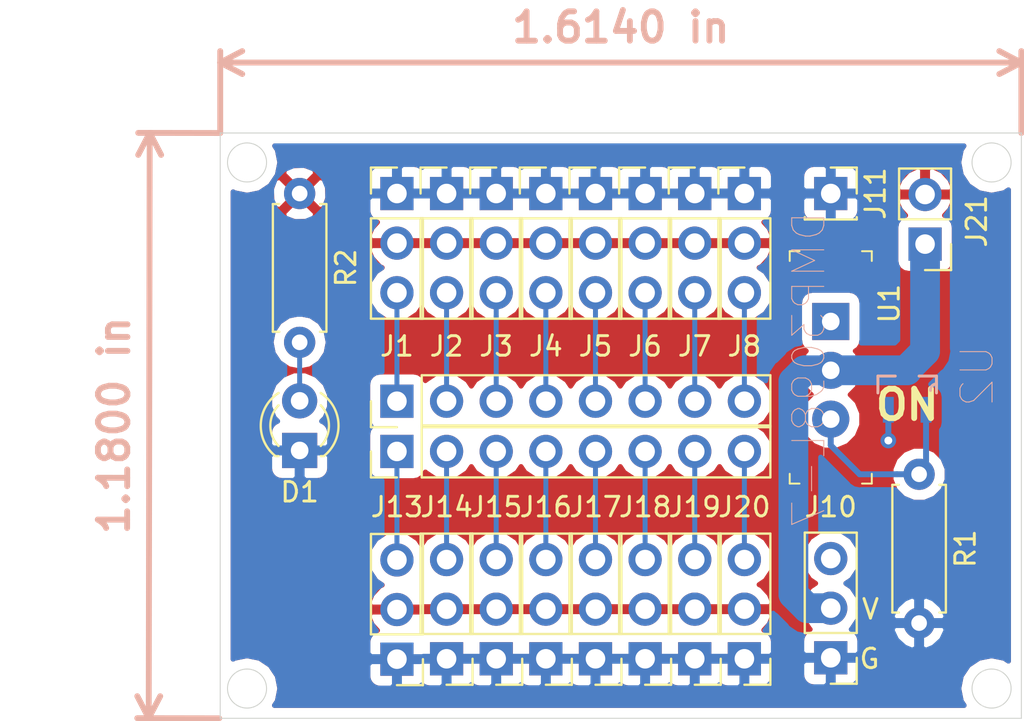
<source format=kicad_pcb>
(kicad_pcb (version 20171130) (host pcbnew 5.0.2-bee76a0~70~ubuntu18.04.1)

  (general
    (thickness 1.6)
    (drawings 13)
    (tracks 47)
    (zones 0)
    (modules 26)
    (nets 24)
  )

  (page A4)
  (layers
    (0 F.Cu signal)
    (31 B.Cu signal)
    (32 B.Adhes user)
    (33 F.Adhes user)
    (34 B.Paste user)
    (35 F.Paste user)
    (36 B.SilkS user)
    (37 F.SilkS user)
    (38 B.Mask user)
    (39 F.Mask user)
    (40 Dwgs.User user)
    (41 Cmts.User user)
    (42 Eco1.User user)
    (43 Eco2.User user)
    (44 Edge.Cuts user)
    (45 Margin user)
    (46 B.CrtYd user)
    (47 F.CrtYd user)
    (48 B.Fab user)
    (49 F.Fab user hide)
  )

  (setup
    (last_trace_width 0.3048)
    (user_trace_width 0.2032)
    (user_trace_width 0.254)
    (user_trace_width 0.3048)
    (user_trace_width 0.4572)
    (user_trace_width 0.6096)
    (user_trace_width 0.762)
    (user_trace_width 1.016)
    (user_trace_width 1.524)
    (user_trace_width 2.032)
    (trace_clearance 0.2)
    (zone_clearance 0.508)
    (zone_45_only no)
    (trace_min 0.2)
    (segment_width 0.2)
    (edge_width 0.05)
    (via_size 0.8)
    (via_drill 0.4)
    (via_min_size 0.4)
    (via_min_drill 0.3)
    (uvia_size 0.3)
    (uvia_drill 0.1)
    (uvias_allowed no)
    (uvia_min_size 0.2)
    (uvia_min_drill 0.1)
    (pcb_text_width 0.3)
    (pcb_text_size 1.5 1.5)
    (mod_edge_width 0.12)
    (mod_text_size 1 1)
    (mod_text_width 0.15)
    (pad_size 1.524 1.524)
    (pad_drill 0.762)
    (pad_to_mask_clearance 0.051)
    (solder_mask_min_width 0.25)
    (aux_axis_origin 0 0)
    (visible_elements FFFFFF7F)
    (pcbplotparams
      (layerselection 0x010fc_ffffffff)
      (usegerberextensions false)
      (usegerberattributes false)
      (usegerberadvancedattributes false)
      (creategerberjobfile false)
      (excludeedgelayer true)
      (linewidth 0.100000)
      (plotframeref false)
      (viasonmask false)
      (mode 1)
      (useauxorigin false)
      (hpglpennumber 1)
      (hpglpenspeed 20)
      (hpglpendiameter 15.000000)
      (psnegative false)
      (psa4output false)
      (plotreference true)
      (plotvalue true)
      (plotinvisibletext false)
      (padsonsilk false)
      (subtractmaskfromsilk false)
      (outputformat 1)
      (mirror false)
      (drillshape 1)
      (scaleselection 1)
      (outputdirectory ""))
  )

  (net 0 "")
  (net 1 S0)
  (net 2 VCC)
  (net 3 GND)
  (net 4 S1)
  (net 5 S2)
  (net 6 S3)
  (net 7 S4)
  (net 8 S5)
  (net 9 S6)
  (net 10 S7)
  (net 11 +5V)
  (net 12 "Net-(J10-Pad3)")
  (net 13 S8)
  (net 14 S9)
  (net 15 S10)
  (net 16 S11)
  (net 17 S12)
  (net 18 S13)
  (net 19 S14)
  (net 20 S15)
  (net 21 "Net-(U1-Pad1)")
  (net 22 "Net-(D1-Pad2)")
  (net 23 "Net-(R1-Pad1)")

  (net_class Default "This is the default net class."
    (clearance 0.2)
    (trace_width 0.25)
    (via_dia 0.8)
    (via_drill 0.4)
    (uvia_dia 0.3)
    (uvia_drill 0.1)
    (add_net +5V)
    (add_net GND)
    (add_net "Net-(D1-Pad2)")
    (add_net "Net-(J10-Pad3)")
    (add_net "Net-(R1-Pad1)")
    (add_net "Net-(U1-Pad1)")
    (add_net S0)
    (add_net S1)
    (add_net S10)
    (add_net S11)
    (add_net S12)
    (add_net S13)
    (add_net S14)
    (add_net S15)
    (add_net S2)
    (add_net S3)
    (add_net S4)
    (add_net S5)
    (add_net S6)
    (add_net S7)
    (add_net S8)
    (add_net S9)
    (add_net VCC)
  )

  (module kicad-jcarolinares:Switch_Slide_11.6x4mm_EG1218 (layer F.Cu) (tedit 5CC58990) (tstamp 5CC0C86B)
    (at 122.3264 93.98 270)
    (descr http://spec_sheets.e-switch.com/specs/P040040.pdf)
    (path /5CC9BCD2)
    (fp_text reference U1 (at -0.9144 -2.9972 270) (layer F.SilkS)
      (effects (font (size 1 1) (thickness 0.15)))
    )
    (fp_text value SW_DPDT_X2 (at 2.11 3.14 90) (layer F.Fab)
      (effects (font (size 1 1) (thickness 0.15)))
    )
    (fp_text user %R (at 2.5 0 90) (layer F.Fab)
      (effects (font (size 1 1) (thickness 0.15)))
    )
    (fp_line (start -3.67 2.25) (end -3.67 -2.25) (layer F.CrtYd) (width 0.05))
    (fp_line (start -3.67 2.25) (end 8.43 2.25) (layer F.CrtYd) (width 0.05))
    (fp_line (start 8.43 2.25) (end 8.43 -2.25) (layer F.CrtYd) (width 0.05))
    (fp_line (start -3.67 -2.25) (end 8.43 -2.25) (layer F.CrtYd) (width 0.05))
    (fp_line (start 8.3 2.1) (end 7.8 2.1) (layer F.SilkS) (width 0.1))
    (fp_line (start 8.3 2.1) (end 8.3 1.6) (layer F.SilkS) (width 0.1))
    (fp_line (start -3.6 2.1) (end -3.1 2.1) (layer F.SilkS) (width 0.1))
    (fp_line (start -3.6 2.1) (end -3.6 1.6) (layer F.SilkS) (width 0.1))
    (fp_line (start -3.6 -2.1) (end -3.1 -2.1) (layer F.SilkS) (width 0.1))
    (fp_line (start -3.6 -2.1) (end -3.6 -1.6) (layer F.SilkS) (width 0.1))
    (fp_line (start 8.3 -2.1) (end 8.3 -1.6) (layer F.SilkS) (width 0.1))
    (fp_line (start 8.3 -2.1) (end 7.8 -2.1) (layer F.SilkS) (width 0.1))
    (fp_line (start -3.42 2) (end 8.18 2) (layer F.Fab) (width 0.1))
    (fp_line (start 8.18 2) (end 8.18 -2) (layer F.Fab) (width 0.1))
    (fp_line (start -3.42 2) (end -3.42 -2) (layer F.Fab) (width 0.1))
    (fp_line (start -3.42 -2) (end 8.18 -2) (layer F.Fab) (width 0.1))
    (pad 1 thru_hole rect (at 0 0 270) (size 1.9 1.9) (drill 0.9) (layers *.Cu *.Mask)
      (net 21 "Net-(U1-Pad1)"))
    (pad 2 thru_hole circle (at 2.5 0 270) (size 1.9 1.9) (drill 0.9) (layers *.Cu *.Mask)
      (net 11 +5V))
    (pad 3 thru_hole circle (at 5 0 270) (size 1.9 1.9) (drill 0.9) (layers *.Cu *.Mask)
      (net 23 "Net-(R1-Pad1)"))
    (model ${KIPRJMOD}/kicad-jcarolinares-lib/3d-cads/EG1218.stp
      (offset (xyz 2.5 0 0))
      (scale (xyz 1 1 1))
      (rotate (xyz 0 0 0))
    )
  )

  (module Connector_PinHeader_2.54mm:PinHeader_1x03_P2.54mm_Vertical (layer F.Cu) (tedit 59FED5CC) (tstamp 5CD237ED)
    (at 100.1268 87.4268)
    (descr "Through hole straight pin header, 1x03, 2.54mm pitch, single row")
    (tags "Through hole pin header THT 1x03 2.54mm single row")
    (path /5CBEE245)
    (fp_text reference J1 (at 0 7.8232) (layer F.SilkS)
      (effects (font (size 1 1) (thickness 0.15)))
    )
    (fp_text value Conn_01x03_Male (at 0 7.41) (layer F.Fab)
      (effects (font (size 1 1) (thickness 0.15)))
    )
    (fp_text user %R (at 0 2.54 90) (layer F.Fab)
      (effects (font (size 1 1) (thickness 0.15)))
    )
    (fp_line (start 1.8 -1.8) (end -1.8 -1.8) (layer F.CrtYd) (width 0.05))
    (fp_line (start 1.8 6.85) (end 1.8 -1.8) (layer F.CrtYd) (width 0.05))
    (fp_line (start -1.8 6.85) (end 1.8 6.85) (layer F.CrtYd) (width 0.05))
    (fp_line (start -1.8 -1.8) (end -1.8 6.85) (layer F.CrtYd) (width 0.05))
    (fp_line (start -1.33 -1.33) (end 0 -1.33) (layer F.SilkS) (width 0.12))
    (fp_line (start -1.33 0) (end -1.33 -1.33) (layer F.SilkS) (width 0.12))
    (fp_line (start -1.33 1.27) (end 1.33 1.27) (layer F.SilkS) (width 0.12))
    (fp_line (start 1.33 1.27) (end 1.33 6.41) (layer F.SilkS) (width 0.12))
    (fp_line (start -1.33 1.27) (end -1.33 6.41) (layer F.SilkS) (width 0.12))
    (fp_line (start -1.33 6.41) (end 1.33 6.41) (layer F.SilkS) (width 0.12))
    (fp_line (start -1.27 -0.635) (end -0.635 -1.27) (layer F.Fab) (width 0.1))
    (fp_line (start -1.27 6.35) (end -1.27 -0.635) (layer F.Fab) (width 0.1))
    (fp_line (start 1.27 6.35) (end -1.27 6.35) (layer F.Fab) (width 0.1))
    (fp_line (start 1.27 -1.27) (end 1.27 6.35) (layer F.Fab) (width 0.1))
    (fp_line (start -0.635 -1.27) (end 1.27 -1.27) (layer F.Fab) (width 0.1))
    (pad 3 thru_hole oval (at 0 5.08) (size 1.7 1.7) (drill 1) (layers *.Cu *.Mask)
      (net 1 S0))
    (pad 2 thru_hole oval (at 0 2.54) (size 1.7 1.7) (drill 1) (layers *.Cu *.Mask)
      (net 2 VCC))
    (pad 1 thru_hole rect (at 0 0) (size 1.7 1.7) (drill 1) (layers *.Cu *.Mask)
      (net 3 GND))
    (model ${KISYS3DMOD}/Connector_PinHeader_2.54mm.3dshapes/PinHeader_1x03_P2.54mm_Vertical.wrl
      (at (xyz 0 0 0))
      (scale (xyz 1 1 1))
      (rotate (xyz 0 0 0))
    )
  )

  (module Connector_PinHeader_2.54mm:PinHeader_1x03_P2.54mm_Vertical (layer F.Cu) (tedit 59FED5CC) (tstamp 5CC0AFDD)
    (at 102.6668 87.4268)
    (descr "Through hole straight pin header, 1x03, 2.54mm pitch, single row")
    (tags "Through hole pin header THT 1x03 2.54mm single row")
    (path /5CBF3BE1)
    (fp_text reference J2 (at 0 7.8232) (layer F.SilkS)
      (effects (font (size 1 1) (thickness 0.15)))
    )
    (fp_text value Conn_01x03_Male (at 0 7.41) (layer F.Fab)
      (effects (font (size 1 1) (thickness 0.15)))
    )
    (fp_line (start -0.635 -1.27) (end 1.27 -1.27) (layer F.Fab) (width 0.1))
    (fp_line (start 1.27 -1.27) (end 1.27 6.35) (layer F.Fab) (width 0.1))
    (fp_line (start 1.27 6.35) (end -1.27 6.35) (layer F.Fab) (width 0.1))
    (fp_line (start -1.27 6.35) (end -1.27 -0.635) (layer F.Fab) (width 0.1))
    (fp_line (start -1.27 -0.635) (end -0.635 -1.27) (layer F.Fab) (width 0.1))
    (fp_line (start -1.33 6.41) (end 1.33 6.41) (layer F.SilkS) (width 0.12))
    (fp_line (start -1.33 1.27) (end -1.33 6.41) (layer F.SilkS) (width 0.12))
    (fp_line (start 1.33 1.27) (end 1.33 6.41) (layer F.SilkS) (width 0.12))
    (fp_line (start -1.33 1.27) (end 1.33 1.27) (layer F.SilkS) (width 0.12))
    (fp_line (start -1.33 0) (end -1.33 -1.33) (layer F.SilkS) (width 0.12))
    (fp_line (start -1.33 -1.33) (end 0 -1.33) (layer F.SilkS) (width 0.12))
    (fp_line (start -1.8 -1.8) (end -1.8 6.85) (layer F.CrtYd) (width 0.05))
    (fp_line (start -1.8 6.85) (end 1.8 6.85) (layer F.CrtYd) (width 0.05))
    (fp_line (start 1.8 6.85) (end 1.8 -1.8) (layer F.CrtYd) (width 0.05))
    (fp_line (start 1.8 -1.8) (end -1.8 -1.8) (layer F.CrtYd) (width 0.05))
    (fp_text user %R (at 0 2.54 90) (layer F.Fab)
      (effects (font (size 1 1) (thickness 0.15)))
    )
    (pad 1 thru_hole rect (at 0 0) (size 1.7 1.7) (drill 1) (layers *.Cu *.Mask)
      (net 3 GND))
    (pad 2 thru_hole oval (at 0 2.54) (size 1.7 1.7) (drill 1) (layers *.Cu *.Mask)
      (net 2 VCC))
    (pad 3 thru_hole oval (at 0 5.08) (size 1.7 1.7) (drill 1) (layers *.Cu *.Mask)
      (net 4 S1))
    (model ${KISYS3DMOD}/Connector_PinHeader_2.54mm.3dshapes/PinHeader_1x03_P2.54mm_Vertical.wrl
      (at (xyz 0 0 0))
      (scale (xyz 1 1 1))
      (rotate (xyz 0 0 0))
    )
  )

  (module Connector_PinHeader_2.54mm:PinHeader_1x03_P2.54mm_Vertical (layer F.Cu) (tedit 59FED5CC) (tstamp 5CC0B01F)
    (at 105.2068 87.4268)
    (descr "Through hole straight pin header, 1x03, 2.54mm pitch, single row")
    (tags "Through hole pin header THT 1x03 2.54mm single row")
    (path /5CBFA387)
    (fp_text reference J3 (at 0 7.8232) (layer F.SilkS)
      (effects (font (size 1 1) (thickness 0.15)))
    )
    (fp_text value Conn_01x03_Male (at 0 7.41) (layer F.Fab)
      (effects (font (size 1 1) (thickness 0.15)))
    )
    (fp_text user %R (at 0 2.54 90) (layer F.Fab)
      (effects (font (size 1 1) (thickness 0.15)))
    )
    (fp_line (start 1.8 -1.8) (end -1.8 -1.8) (layer F.CrtYd) (width 0.05))
    (fp_line (start 1.8 6.85) (end 1.8 -1.8) (layer F.CrtYd) (width 0.05))
    (fp_line (start -1.8 6.85) (end 1.8 6.85) (layer F.CrtYd) (width 0.05))
    (fp_line (start -1.8 -1.8) (end -1.8 6.85) (layer F.CrtYd) (width 0.05))
    (fp_line (start -1.33 -1.33) (end 0 -1.33) (layer F.SilkS) (width 0.12))
    (fp_line (start -1.33 0) (end -1.33 -1.33) (layer F.SilkS) (width 0.12))
    (fp_line (start -1.33 1.27) (end 1.33 1.27) (layer F.SilkS) (width 0.12))
    (fp_line (start 1.33 1.27) (end 1.33 6.41) (layer F.SilkS) (width 0.12))
    (fp_line (start -1.33 1.27) (end -1.33 6.41) (layer F.SilkS) (width 0.12))
    (fp_line (start -1.33 6.41) (end 1.33 6.41) (layer F.SilkS) (width 0.12))
    (fp_line (start -1.27 -0.635) (end -0.635 -1.27) (layer F.Fab) (width 0.1))
    (fp_line (start -1.27 6.35) (end -1.27 -0.635) (layer F.Fab) (width 0.1))
    (fp_line (start 1.27 6.35) (end -1.27 6.35) (layer F.Fab) (width 0.1))
    (fp_line (start 1.27 -1.27) (end 1.27 6.35) (layer F.Fab) (width 0.1))
    (fp_line (start -0.635 -1.27) (end 1.27 -1.27) (layer F.Fab) (width 0.1))
    (pad 3 thru_hole oval (at 0 5.08) (size 1.7 1.7) (drill 1) (layers *.Cu *.Mask)
      (net 5 S2))
    (pad 2 thru_hole oval (at 0 2.54) (size 1.7 1.7) (drill 1) (layers *.Cu *.Mask)
      (net 2 VCC))
    (pad 1 thru_hole rect (at 0 0) (size 1.7 1.7) (drill 1) (layers *.Cu *.Mask)
      (net 3 GND))
    (model ${KISYS3DMOD}/Connector_PinHeader_2.54mm.3dshapes/PinHeader_1x03_P2.54mm_Vertical.wrl
      (at (xyz 0 0 0))
      (scale (xyz 1 1 1))
      (rotate (xyz 0 0 0))
    )
  )

  (module Connector_PinHeader_2.54mm:PinHeader_1x03_P2.54mm_Vertical (layer F.Cu) (tedit 59FED5CC) (tstamp 5CC0B061)
    (at 107.7468 87.4268)
    (descr "Through hole straight pin header, 1x03, 2.54mm pitch, single row")
    (tags "Through hole pin header THT 1x03 2.54mm single row")
    (path /5CBFA39D)
    (fp_text reference J4 (at 0 7.8232) (layer F.SilkS)
      (effects (font (size 1 1) (thickness 0.15)))
    )
    (fp_text value Conn_01x03_Male (at 0 7.41) (layer F.Fab)
      (effects (font (size 1 1) (thickness 0.15)))
    )
    (fp_line (start -0.635 -1.27) (end 1.27 -1.27) (layer F.Fab) (width 0.1))
    (fp_line (start 1.27 -1.27) (end 1.27 6.35) (layer F.Fab) (width 0.1))
    (fp_line (start 1.27 6.35) (end -1.27 6.35) (layer F.Fab) (width 0.1))
    (fp_line (start -1.27 6.35) (end -1.27 -0.635) (layer F.Fab) (width 0.1))
    (fp_line (start -1.27 -0.635) (end -0.635 -1.27) (layer F.Fab) (width 0.1))
    (fp_line (start -1.33 6.41) (end 1.33 6.41) (layer F.SilkS) (width 0.12))
    (fp_line (start -1.33 1.27) (end -1.33 6.41) (layer F.SilkS) (width 0.12))
    (fp_line (start 1.33 1.27) (end 1.33 6.41) (layer F.SilkS) (width 0.12))
    (fp_line (start -1.33 1.27) (end 1.33 1.27) (layer F.SilkS) (width 0.12))
    (fp_line (start -1.33 0) (end -1.33 -1.33) (layer F.SilkS) (width 0.12))
    (fp_line (start -1.33 -1.33) (end 0 -1.33) (layer F.SilkS) (width 0.12))
    (fp_line (start -1.8 -1.8) (end -1.8 6.85) (layer F.CrtYd) (width 0.05))
    (fp_line (start -1.8 6.85) (end 1.8 6.85) (layer F.CrtYd) (width 0.05))
    (fp_line (start 1.8 6.85) (end 1.8 -1.8) (layer F.CrtYd) (width 0.05))
    (fp_line (start 1.8 -1.8) (end -1.8 -1.8) (layer F.CrtYd) (width 0.05))
    (fp_text user %R (at 0 2.54 90) (layer F.Fab)
      (effects (font (size 1 1) (thickness 0.15)))
    )
    (pad 1 thru_hole rect (at 0 0) (size 1.7 1.7) (drill 1) (layers *.Cu *.Mask)
      (net 3 GND))
    (pad 2 thru_hole oval (at 0 2.54) (size 1.7 1.7) (drill 1) (layers *.Cu *.Mask)
      (net 2 VCC))
    (pad 3 thru_hole oval (at 0 5.08) (size 1.7 1.7) (drill 1) (layers *.Cu *.Mask)
      (net 6 S3))
    (model ${KISYS3DMOD}/Connector_PinHeader_2.54mm.3dshapes/PinHeader_1x03_P2.54mm_Vertical.wrl
      (at (xyz 0 0 0))
      (scale (xyz 1 1 1))
      (rotate (xyz 0 0 0))
    )
  )

  (module Connector_PinHeader_2.54mm:PinHeader_1x03_P2.54mm_Vertical (layer F.Cu) (tedit 59FED5CC) (tstamp 5CC0B0A3)
    (at 110.2868 87.4268)
    (descr "Through hole straight pin header, 1x03, 2.54mm pitch, single row")
    (tags "Through hole pin header THT 1x03 2.54mm single row")
    (path /5CC00443)
    (fp_text reference J5 (at 0 7.8232) (layer F.SilkS)
      (effects (font (size 1 1) (thickness 0.15)))
    )
    (fp_text value Conn_01x03_Male (at 0 7.41) (layer F.Fab)
      (effects (font (size 1 1) (thickness 0.15)))
    )
    (fp_text user %R (at 0 2.54 90) (layer F.Fab)
      (effects (font (size 1 1) (thickness 0.15)))
    )
    (fp_line (start 1.8 -1.8) (end -1.8 -1.8) (layer F.CrtYd) (width 0.05))
    (fp_line (start 1.8 6.85) (end 1.8 -1.8) (layer F.CrtYd) (width 0.05))
    (fp_line (start -1.8 6.85) (end 1.8 6.85) (layer F.CrtYd) (width 0.05))
    (fp_line (start -1.8 -1.8) (end -1.8 6.85) (layer F.CrtYd) (width 0.05))
    (fp_line (start -1.33 -1.33) (end 0 -1.33) (layer F.SilkS) (width 0.12))
    (fp_line (start -1.33 0) (end -1.33 -1.33) (layer F.SilkS) (width 0.12))
    (fp_line (start -1.33 1.27) (end 1.33 1.27) (layer F.SilkS) (width 0.12))
    (fp_line (start 1.33 1.27) (end 1.33 6.41) (layer F.SilkS) (width 0.12))
    (fp_line (start -1.33 1.27) (end -1.33 6.41) (layer F.SilkS) (width 0.12))
    (fp_line (start -1.33 6.41) (end 1.33 6.41) (layer F.SilkS) (width 0.12))
    (fp_line (start -1.27 -0.635) (end -0.635 -1.27) (layer F.Fab) (width 0.1))
    (fp_line (start -1.27 6.35) (end -1.27 -0.635) (layer F.Fab) (width 0.1))
    (fp_line (start 1.27 6.35) (end -1.27 6.35) (layer F.Fab) (width 0.1))
    (fp_line (start 1.27 -1.27) (end 1.27 6.35) (layer F.Fab) (width 0.1))
    (fp_line (start -0.635 -1.27) (end 1.27 -1.27) (layer F.Fab) (width 0.1))
    (pad 3 thru_hole oval (at 0 5.08) (size 1.7 1.7) (drill 1) (layers *.Cu *.Mask)
      (net 7 S4))
    (pad 2 thru_hole oval (at 0 2.54) (size 1.7 1.7) (drill 1) (layers *.Cu *.Mask)
      (net 2 VCC))
    (pad 1 thru_hole rect (at 0 0) (size 1.7 1.7) (drill 1) (layers *.Cu *.Mask)
      (net 3 GND))
    (model ${KISYS3DMOD}/Connector_PinHeader_2.54mm.3dshapes/PinHeader_1x03_P2.54mm_Vertical.wrl
      (at (xyz 0 0 0))
      (scale (xyz 1 1 1))
      (rotate (xyz 0 0 0))
    )
  )

  (module Connector_PinHeader_2.54mm:PinHeader_1x03_P2.54mm_Vertical (layer F.Cu) (tedit 59FED5CC) (tstamp 5CC0B0E5)
    (at 112.8268 87.4268)
    (descr "Through hole straight pin header, 1x03, 2.54mm pitch, single row")
    (tags "Through hole pin header THT 1x03 2.54mm single row")
    (path /5CC00459)
    (fp_text reference J6 (at 0 7.8232) (layer F.SilkS)
      (effects (font (size 1 1) (thickness 0.15)))
    )
    (fp_text value Conn_01x03_Male (at 0 7.41) (layer F.Fab)
      (effects (font (size 1 1) (thickness 0.15)))
    )
    (fp_line (start -0.635 -1.27) (end 1.27 -1.27) (layer F.Fab) (width 0.1))
    (fp_line (start 1.27 -1.27) (end 1.27 6.35) (layer F.Fab) (width 0.1))
    (fp_line (start 1.27 6.35) (end -1.27 6.35) (layer F.Fab) (width 0.1))
    (fp_line (start -1.27 6.35) (end -1.27 -0.635) (layer F.Fab) (width 0.1))
    (fp_line (start -1.27 -0.635) (end -0.635 -1.27) (layer F.Fab) (width 0.1))
    (fp_line (start -1.33 6.41) (end 1.33 6.41) (layer F.SilkS) (width 0.12))
    (fp_line (start -1.33 1.27) (end -1.33 6.41) (layer F.SilkS) (width 0.12))
    (fp_line (start 1.33 1.27) (end 1.33 6.41) (layer F.SilkS) (width 0.12))
    (fp_line (start -1.33 1.27) (end 1.33 1.27) (layer F.SilkS) (width 0.12))
    (fp_line (start -1.33 0) (end -1.33 -1.33) (layer F.SilkS) (width 0.12))
    (fp_line (start -1.33 -1.33) (end 0 -1.33) (layer F.SilkS) (width 0.12))
    (fp_line (start -1.8 -1.8) (end -1.8 6.85) (layer F.CrtYd) (width 0.05))
    (fp_line (start -1.8 6.85) (end 1.8 6.85) (layer F.CrtYd) (width 0.05))
    (fp_line (start 1.8 6.85) (end 1.8 -1.8) (layer F.CrtYd) (width 0.05))
    (fp_line (start 1.8 -1.8) (end -1.8 -1.8) (layer F.CrtYd) (width 0.05))
    (fp_text user %R (at 0 2.54 90) (layer F.Fab)
      (effects (font (size 1 1) (thickness 0.15)))
    )
    (pad 1 thru_hole rect (at 0 0) (size 1.7 1.7) (drill 1) (layers *.Cu *.Mask)
      (net 3 GND))
    (pad 2 thru_hole oval (at 0 2.54) (size 1.7 1.7) (drill 1) (layers *.Cu *.Mask)
      (net 2 VCC))
    (pad 3 thru_hole oval (at 0 5.08) (size 1.7 1.7) (drill 1) (layers *.Cu *.Mask)
      (net 8 S5))
    (model ${KISYS3DMOD}/Connector_PinHeader_2.54mm.3dshapes/PinHeader_1x03_P2.54mm_Vertical.wrl
      (at (xyz 0 0 0))
      (scale (xyz 1 1 1))
      (rotate (xyz 0 0 0))
    )
  )

  (module Connector_PinHeader_2.54mm:PinHeader_1x03_P2.54mm_Vertical (layer F.Cu) (tedit 59FED5CC) (tstamp 5CC0B127)
    (at 115.3668 87.4268)
    (descr "Through hole straight pin header, 1x03, 2.54mm pitch, single row")
    (tags "Through hole pin header THT 1x03 2.54mm single row")
    (path /5CC0046F)
    (fp_text reference J7 (at 0 7.8232) (layer F.SilkS)
      (effects (font (size 1 1) (thickness 0.15)))
    )
    (fp_text value Conn_01x03_Male (at 0 7.41) (layer F.Fab)
      (effects (font (size 1 1) (thickness 0.15)))
    )
    (fp_text user %R (at 0 2.54 90) (layer F.Fab)
      (effects (font (size 1 1) (thickness 0.15)))
    )
    (fp_line (start 1.8 -1.8) (end -1.8 -1.8) (layer F.CrtYd) (width 0.05))
    (fp_line (start 1.8 6.85) (end 1.8 -1.8) (layer F.CrtYd) (width 0.05))
    (fp_line (start -1.8 6.85) (end 1.8 6.85) (layer F.CrtYd) (width 0.05))
    (fp_line (start -1.8 -1.8) (end -1.8 6.85) (layer F.CrtYd) (width 0.05))
    (fp_line (start -1.33 -1.33) (end 0 -1.33) (layer F.SilkS) (width 0.12))
    (fp_line (start -1.33 0) (end -1.33 -1.33) (layer F.SilkS) (width 0.12))
    (fp_line (start -1.33 1.27) (end 1.33 1.27) (layer F.SilkS) (width 0.12))
    (fp_line (start 1.33 1.27) (end 1.33 6.41) (layer F.SilkS) (width 0.12))
    (fp_line (start -1.33 1.27) (end -1.33 6.41) (layer F.SilkS) (width 0.12))
    (fp_line (start -1.33 6.41) (end 1.33 6.41) (layer F.SilkS) (width 0.12))
    (fp_line (start -1.27 -0.635) (end -0.635 -1.27) (layer F.Fab) (width 0.1))
    (fp_line (start -1.27 6.35) (end -1.27 -0.635) (layer F.Fab) (width 0.1))
    (fp_line (start 1.27 6.35) (end -1.27 6.35) (layer F.Fab) (width 0.1))
    (fp_line (start 1.27 -1.27) (end 1.27 6.35) (layer F.Fab) (width 0.1))
    (fp_line (start -0.635 -1.27) (end 1.27 -1.27) (layer F.Fab) (width 0.1))
    (pad 3 thru_hole oval (at 0 5.08) (size 1.7 1.7) (drill 1) (layers *.Cu *.Mask)
      (net 9 S6))
    (pad 2 thru_hole oval (at 0 2.54) (size 1.7 1.7) (drill 1) (layers *.Cu *.Mask)
      (net 2 VCC))
    (pad 1 thru_hole rect (at 0 0) (size 1.7 1.7) (drill 1) (layers *.Cu *.Mask)
      (net 3 GND))
    (model ${KISYS3DMOD}/Connector_PinHeader_2.54mm.3dshapes/PinHeader_1x03_P2.54mm_Vertical.wrl
      (at (xyz 0 0 0))
      (scale (xyz 1 1 1))
      (rotate (xyz 0 0 0))
    )
  )

  (module Connector_PinHeader_2.54mm:PinHeader_1x03_P2.54mm_Vertical (layer F.Cu) (tedit 59FED5CC) (tstamp 5CC0B169)
    (at 117.9068 87.4268)
    (descr "Through hole straight pin header, 1x03, 2.54mm pitch, single row")
    (tags "Through hole pin header THT 1x03 2.54mm single row")
    (path /5CC00485)
    (fp_text reference J8 (at 0 7.8232) (layer F.SilkS)
      (effects (font (size 1 1) (thickness 0.15)))
    )
    (fp_text value Conn_01x03_Male (at 0 7.41) (layer F.Fab)
      (effects (font (size 1 1) (thickness 0.15)))
    )
    (fp_line (start -0.635 -1.27) (end 1.27 -1.27) (layer F.Fab) (width 0.1))
    (fp_line (start 1.27 -1.27) (end 1.27 6.35) (layer F.Fab) (width 0.1))
    (fp_line (start 1.27 6.35) (end -1.27 6.35) (layer F.Fab) (width 0.1))
    (fp_line (start -1.27 6.35) (end -1.27 -0.635) (layer F.Fab) (width 0.1))
    (fp_line (start -1.27 -0.635) (end -0.635 -1.27) (layer F.Fab) (width 0.1))
    (fp_line (start -1.33 6.41) (end 1.33 6.41) (layer F.SilkS) (width 0.12))
    (fp_line (start -1.33 1.27) (end -1.33 6.41) (layer F.SilkS) (width 0.12))
    (fp_line (start 1.33 1.27) (end 1.33 6.41) (layer F.SilkS) (width 0.12))
    (fp_line (start -1.33 1.27) (end 1.33 1.27) (layer F.SilkS) (width 0.12))
    (fp_line (start -1.33 0) (end -1.33 -1.33) (layer F.SilkS) (width 0.12))
    (fp_line (start -1.33 -1.33) (end 0 -1.33) (layer F.SilkS) (width 0.12))
    (fp_line (start -1.8 -1.8) (end -1.8 6.85) (layer F.CrtYd) (width 0.05))
    (fp_line (start -1.8 6.85) (end 1.8 6.85) (layer F.CrtYd) (width 0.05))
    (fp_line (start 1.8 6.85) (end 1.8 -1.8) (layer F.CrtYd) (width 0.05))
    (fp_line (start 1.8 -1.8) (end -1.8 -1.8) (layer F.CrtYd) (width 0.05))
    (fp_text user %R (at 0 2.54 90) (layer F.Fab)
      (effects (font (size 1 1) (thickness 0.15)))
    )
    (pad 1 thru_hole rect (at 0 0) (size 1.7 1.7) (drill 1) (layers *.Cu *.Mask)
      (net 3 GND))
    (pad 2 thru_hole oval (at 0 2.54) (size 1.7 1.7) (drill 1) (layers *.Cu *.Mask)
      (net 2 VCC))
    (pad 3 thru_hole oval (at 0 5.08) (size 1.7 1.7) (drill 1) (layers *.Cu *.Mask)
      (net 10 S7))
    (model ${KISYS3DMOD}/Connector_PinHeader_2.54mm.3dshapes/PinHeader_1x03_P2.54mm_Vertical.wrl
      (at (xyz 0 0 0))
      (scale (xyz 1 1 1))
      (rotate (xyz 0 0 0))
    )
  )

  (module Connector_PinHeader_2.54mm:PinHeader_1x08_P2.54mm_Vertical (layer F.Cu) (tedit 59FED5CC) (tstamp 5CC04A85)
    (at 100.1268 98.0628 90)
    (descr "Through hole straight pin header, 1x08, 2.54mm pitch, single row")
    (tags "Through hole pin header THT 1x08 2.54mm single row")
    (path /5CB71AAA)
    (fp_text reference J9 (at 0 -2.33 90) (layer F.SilkS) hide
      (effects (font (size 1 1) (thickness 0.15)))
    )
    (fp_text value Conn_01x08_Male (at 0 20.11 90) (layer F.Fab)
      (effects (font (size 1 1) (thickness 0.15)))
    )
    (fp_text user %R (at 0 8.89) (layer F.Fab)
      (effects (font (size 1 1) (thickness 0.15)))
    )
    (fp_line (start 1.8 -1.8) (end -1.8 -1.8) (layer F.CrtYd) (width 0.05))
    (fp_line (start 1.8 19.55) (end 1.8 -1.8) (layer F.CrtYd) (width 0.05))
    (fp_line (start -1.8 19.55) (end 1.8 19.55) (layer F.CrtYd) (width 0.05))
    (fp_line (start -1.8 -1.8) (end -1.8 19.55) (layer F.CrtYd) (width 0.05))
    (fp_line (start -1.33 -1.33) (end 0 -1.33) (layer F.SilkS) (width 0.12))
    (fp_line (start -1.33 0) (end -1.33 -1.33) (layer F.SilkS) (width 0.12))
    (fp_line (start -1.33 1.27) (end 1.33 1.27) (layer F.SilkS) (width 0.12))
    (fp_line (start 1.33 1.27) (end 1.33 19.11) (layer F.SilkS) (width 0.12))
    (fp_line (start -1.33 1.27) (end -1.33 19.11) (layer F.SilkS) (width 0.12))
    (fp_line (start -1.33 19.11) (end 1.33 19.11) (layer F.SilkS) (width 0.12))
    (fp_line (start -1.27 -0.635) (end -0.635 -1.27) (layer F.Fab) (width 0.1))
    (fp_line (start -1.27 19.05) (end -1.27 -0.635) (layer F.Fab) (width 0.1))
    (fp_line (start 1.27 19.05) (end -1.27 19.05) (layer F.Fab) (width 0.1))
    (fp_line (start 1.27 -1.27) (end 1.27 19.05) (layer F.Fab) (width 0.1))
    (fp_line (start -0.635 -1.27) (end 1.27 -1.27) (layer F.Fab) (width 0.1))
    (pad 8 thru_hole oval (at 0 17.78 90) (size 1.7 1.7) (drill 1) (layers *.Cu *.Mask)
      (net 10 S7))
    (pad 7 thru_hole oval (at 0 15.24 90) (size 1.7 1.7) (drill 1) (layers *.Cu *.Mask)
      (net 9 S6))
    (pad 6 thru_hole oval (at 0 12.7 90) (size 1.7 1.7) (drill 1) (layers *.Cu *.Mask)
      (net 8 S5))
    (pad 5 thru_hole oval (at 0 10.16 90) (size 1.7 1.7) (drill 1) (layers *.Cu *.Mask)
      (net 7 S4))
    (pad 4 thru_hole oval (at 0 7.62 90) (size 1.7 1.7) (drill 1) (layers *.Cu *.Mask)
      (net 6 S3))
    (pad 3 thru_hole oval (at 0 5.08 90) (size 1.7 1.7) (drill 1) (layers *.Cu *.Mask)
      (net 5 S2))
    (pad 2 thru_hole oval (at 0 2.54 90) (size 1.7 1.7) (drill 1) (layers *.Cu *.Mask)
      (net 4 S1))
    (pad 1 thru_hole rect (at 0 0 90) (size 1.7 1.7) (drill 1) (layers *.Cu *.Mask)
      (net 1 S0))
    (model ${KISYS3DMOD}/Connector_PinHeader_2.54mm.3dshapes/PinHeader_1x08_P2.54mm_Vertical.wrl
      (at (xyz 0 0 0))
      (scale (xyz 1 1 1))
      (rotate (xyz 0 0 0))
    )
  )

  (module Connector_PinHeader_2.54mm:PinHeader_1x03_P2.54mm_Vertical (layer F.Cu) (tedit 59FED5CC) (tstamp 5CC04FAF)
    (at 122.3264 111.2012 180)
    (descr "Through hole straight pin header, 1x03, 2.54mm pitch, single row")
    (tags "Through hole pin header THT 1x03 2.54mm single row")
    (path /5CC49D16)
    (fp_text reference J10 (at 0 7.7216 180) (layer F.SilkS)
      (effects (font (size 1 1) (thickness 0.15)))
    )
    (fp_text value "UBEC Connector" (at 0 7.41) (layer F.Fab)
      (effects (font (size 1 1) (thickness 0.15)))
    )
    (fp_line (start -0.635 -1.27) (end 1.27 -1.27) (layer F.Fab) (width 0.1))
    (fp_line (start 1.27 -1.27) (end 1.27 6.35) (layer F.Fab) (width 0.1))
    (fp_line (start 1.27 6.35) (end -1.27 6.35) (layer F.Fab) (width 0.1))
    (fp_line (start -1.27 6.35) (end -1.27 -0.635) (layer F.Fab) (width 0.1))
    (fp_line (start -1.27 -0.635) (end -0.635 -1.27) (layer F.Fab) (width 0.1))
    (fp_line (start -1.33 6.41) (end 1.33 6.41) (layer F.SilkS) (width 0.12))
    (fp_line (start -1.33 1.27) (end -1.33 6.41) (layer F.SilkS) (width 0.12))
    (fp_line (start 1.33 1.27) (end 1.33 6.41) (layer F.SilkS) (width 0.12))
    (fp_line (start -1.33 1.27) (end 1.33 1.27) (layer F.SilkS) (width 0.12))
    (fp_line (start -1.33 0) (end -1.33 -1.33) (layer F.SilkS) (width 0.12))
    (fp_line (start -1.33 -1.33) (end 0 -1.33) (layer F.SilkS) (width 0.12))
    (fp_line (start -1.8 -1.8) (end -1.8 6.85) (layer F.CrtYd) (width 0.05))
    (fp_line (start -1.8 6.85) (end 1.8 6.85) (layer F.CrtYd) (width 0.05))
    (fp_line (start 1.8 6.85) (end 1.8 -1.8) (layer F.CrtYd) (width 0.05))
    (fp_line (start 1.8 -1.8) (end -1.8 -1.8) (layer F.CrtYd) (width 0.05))
    (fp_text user %R (at 0 2.54 90) (layer F.Fab)
      (effects (font (size 1 1) (thickness 0.15)))
    )
    (pad 1 thru_hole rect (at 0 0 180) (size 1.7 1.7) (drill 1) (layers *.Cu *.Mask)
      (net 3 GND))
    (pad 2 thru_hole oval (at 0 2.54 180) (size 1.7 1.7) (drill 1) (layers *.Cu *.Mask)
      (net 11 +5V))
    (pad 3 thru_hole oval (at 0 5.08 180) (size 1.7 1.7) (drill 1) (layers *.Cu *.Mask)
      (net 12 "Net-(J10-Pad3)"))
    (model ${KISYS3DMOD}/Connector_PinHeader_2.54mm.3dshapes/PinHeader_1x03_P2.54mm_Vertical.wrl
      (at (xyz 0 0 0))
      (scale (xyz 1 1 1))
      (rotate (xyz 0 0 0))
    )
  )

  (module Connector_PinHeader_2.54mm:PinHeader_1x08_P2.54mm_Vertical (layer F.Cu) (tedit 59FED5CC) (tstamp 5CC05303)
    (at 100.1268 100.6348 90)
    (descr "Through hole straight pin header, 1x08, 2.54mm pitch, single row")
    (tags "Through hole pin header THT 1x08 2.54mm single row")
    (path /5CC3FD16)
    (fp_text reference J12 (at 0 -2.33 90) (layer F.SilkS) hide
      (effects (font (size 1 1) (thickness 0.15)))
    )
    (fp_text value Conn_01x08_Male (at 0 20.11 90) (layer F.Fab)
      (effects (font (size 1 1) (thickness 0.15)))
    )
    (fp_line (start -0.635 -1.27) (end 1.27 -1.27) (layer F.Fab) (width 0.1))
    (fp_line (start 1.27 -1.27) (end 1.27 19.05) (layer F.Fab) (width 0.1))
    (fp_line (start 1.27 19.05) (end -1.27 19.05) (layer F.Fab) (width 0.1))
    (fp_line (start -1.27 19.05) (end -1.27 -0.635) (layer F.Fab) (width 0.1))
    (fp_line (start -1.27 -0.635) (end -0.635 -1.27) (layer F.Fab) (width 0.1))
    (fp_line (start -1.33 19.11) (end 1.33 19.11) (layer F.SilkS) (width 0.12))
    (fp_line (start -1.33 1.27) (end -1.33 19.11) (layer F.SilkS) (width 0.12))
    (fp_line (start 1.33 1.27) (end 1.33 19.11) (layer F.SilkS) (width 0.12))
    (fp_line (start -1.33 1.27) (end 1.33 1.27) (layer F.SilkS) (width 0.12))
    (fp_line (start -1.33 0) (end -1.33 -1.33) (layer F.SilkS) (width 0.12))
    (fp_line (start -1.33 -1.33) (end 0 -1.33) (layer F.SilkS) (width 0.12))
    (fp_line (start -1.8 -1.8) (end -1.8 19.55) (layer F.CrtYd) (width 0.05))
    (fp_line (start -1.8 19.55) (end 1.8 19.55) (layer F.CrtYd) (width 0.05))
    (fp_line (start 1.8 19.55) (end 1.8 -1.8) (layer F.CrtYd) (width 0.05))
    (fp_line (start 1.8 -1.8) (end -1.8 -1.8) (layer F.CrtYd) (width 0.05))
    (fp_text user %R (at 0 8.89) (layer F.Fab)
      (effects (font (size 1 1) (thickness 0.15)))
    )
    (pad 1 thru_hole rect (at 0 0 90) (size 1.7 1.7) (drill 1) (layers *.Cu *.Mask)
      (net 13 S8))
    (pad 2 thru_hole oval (at 0 2.54 90) (size 1.7 1.7) (drill 1) (layers *.Cu *.Mask)
      (net 14 S9))
    (pad 3 thru_hole oval (at 0 5.08 90) (size 1.7 1.7) (drill 1) (layers *.Cu *.Mask)
      (net 15 S10))
    (pad 4 thru_hole oval (at 0 7.62 90) (size 1.7 1.7) (drill 1) (layers *.Cu *.Mask)
      (net 16 S11))
    (pad 5 thru_hole oval (at 0 10.16 90) (size 1.7 1.7) (drill 1) (layers *.Cu *.Mask)
      (net 17 S12))
    (pad 6 thru_hole oval (at 0 12.7 90) (size 1.7 1.7) (drill 1) (layers *.Cu *.Mask)
      (net 18 S13))
    (pad 7 thru_hole oval (at 0 15.24 90) (size 1.7 1.7) (drill 1) (layers *.Cu *.Mask)
      (net 19 S14))
    (pad 8 thru_hole oval (at 0 17.78 90) (size 1.7 1.7) (drill 1) (layers *.Cu *.Mask)
      (net 20 S15))
    (model ${KISYS3DMOD}/Connector_PinHeader_2.54mm.3dshapes/PinHeader_1x08_P2.54mm_Vertical.wrl
      (at (xyz 0 0 0))
      (scale (xyz 1 1 1))
      (rotate (xyz 0 0 0))
    )
  )

  (module Connector_PinHeader_2.54mm:PinHeader_1x03_P2.54mm_Vertical (layer F.Cu) (tedit 59FED5CC) (tstamp 5CC04AE6)
    (at 100.1268 111.2708 180)
    (descr "Through hole straight pin header, 1x03, 2.54mm pitch, single row")
    (tags "Through hole pin header THT 1x03 2.54mm single row")
    (path /5CC1B4C2)
    (fp_text reference J13 (at 0 7.7912) (layer F.SilkS)
      (effects (font (size 1 1) (thickness 0.15)))
    )
    (fp_text value Conn_01x03_Male (at 0 7.41) (layer F.Fab)
      (effects (font (size 1 1) (thickness 0.15)))
    )
    (fp_text user %R (at 0 2.54 90) (layer F.Fab)
      (effects (font (size 1 1) (thickness 0.15)))
    )
    (fp_line (start 1.8 -1.8) (end -1.8 -1.8) (layer F.CrtYd) (width 0.05))
    (fp_line (start 1.8 6.85) (end 1.8 -1.8) (layer F.CrtYd) (width 0.05))
    (fp_line (start -1.8 6.85) (end 1.8 6.85) (layer F.CrtYd) (width 0.05))
    (fp_line (start -1.8 -1.8) (end -1.8 6.85) (layer F.CrtYd) (width 0.05))
    (fp_line (start -1.33 -1.33) (end 0 -1.33) (layer F.SilkS) (width 0.12))
    (fp_line (start -1.33 0) (end -1.33 -1.33) (layer F.SilkS) (width 0.12))
    (fp_line (start -1.33 1.27) (end 1.33 1.27) (layer F.SilkS) (width 0.12))
    (fp_line (start 1.33 1.27) (end 1.33 6.41) (layer F.SilkS) (width 0.12))
    (fp_line (start -1.33 1.27) (end -1.33 6.41) (layer F.SilkS) (width 0.12))
    (fp_line (start -1.33 6.41) (end 1.33 6.41) (layer F.SilkS) (width 0.12))
    (fp_line (start -1.27 -0.635) (end -0.635 -1.27) (layer F.Fab) (width 0.1))
    (fp_line (start -1.27 6.35) (end -1.27 -0.635) (layer F.Fab) (width 0.1))
    (fp_line (start 1.27 6.35) (end -1.27 6.35) (layer F.Fab) (width 0.1))
    (fp_line (start 1.27 -1.27) (end 1.27 6.35) (layer F.Fab) (width 0.1))
    (fp_line (start -0.635 -1.27) (end 1.27 -1.27) (layer F.Fab) (width 0.1))
    (pad 3 thru_hole oval (at 0 5.08 180) (size 1.7 1.7) (drill 1) (layers *.Cu *.Mask)
      (net 13 S8))
    (pad 2 thru_hole oval (at 0 2.54 180) (size 1.7 1.7) (drill 1) (layers *.Cu *.Mask)
      (net 2 VCC))
    (pad 1 thru_hole rect (at 0 0 180) (size 1.7 1.7) (drill 1) (layers *.Cu *.Mask)
      (net 3 GND))
    (model ${KISYS3DMOD}/Connector_PinHeader_2.54mm.3dshapes/PinHeader_1x03_P2.54mm_Vertical.wrl
      (at (xyz 0 0 0))
      (scale (xyz 1 1 1))
      (rotate (xyz 0 0 0))
    )
  )

  (module Connector_PinHeader_2.54mm:PinHeader_1x03_P2.54mm_Vertical (layer F.Cu) (tedit 59FED5CC) (tstamp 5CD2486A)
    (at 102.6668 111.252 180)
    (descr "Through hole straight pin header, 1x03, 2.54mm pitch, single row")
    (tags "Through hole pin header THT 1x03 2.54mm single row")
    (path /5CC1B4D8)
    (fp_text reference J14 (at 0 7.7724) (layer F.SilkS)
      (effects (font (size 1 1) (thickness 0.15)))
    )
    (fp_text value Conn_01x03_Male (at 0 7.41) (layer F.Fab)
      (effects (font (size 1 1) (thickness 0.15)))
    )
    (fp_line (start -0.635 -1.27) (end 1.27 -1.27) (layer F.Fab) (width 0.1))
    (fp_line (start 1.27 -1.27) (end 1.27 6.35) (layer F.Fab) (width 0.1))
    (fp_line (start 1.27 6.35) (end -1.27 6.35) (layer F.Fab) (width 0.1))
    (fp_line (start -1.27 6.35) (end -1.27 -0.635) (layer F.Fab) (width 0.1))
    (fp_line (start -1.27 -0.635) (end -0.635 -1.27) (layer F.Fab) (width 0.1))
    (fp_line (start -1.33 6.41) (end 1.33 6.41) (layer F.SilkS) (width 0.12))
    (fp_line (start -1.33 1.27) (end -1.33 6.41) (layer F.SilkS) (width 0.12))
    (fp_line (start 1.33 1.27) (end 1.33 6.41) (layer F.SilkS) (width 0.12))
    (fp_line (start -1.33 1.27) (end 1.33 1.27) (layer F.SilkS) (width 0.12))
    (fp_line (start -1.33 0) (end -1.33 -1.33) (layer F.SilkS) (width 0.12))
    (fp_line (start -1.33 -1.33) (end 0 -1.33) (layer F.SilkS) (width 0.12))
    (fp_line (start -1.8 -1.8) (end -1.8 6.85) (layer F.CrtYd) (width 0.05))
    (fp_line (start -1.8 6.85) (end 1.8 6.85) (layer F.CrtYd) (width 0.05))
    (fp_line (start 1.8 6.85) (end 1.8 -1.8) (layer F.CrtYd) (width 0.05))
    (fp_line (start 1.8 -1.8) (end -1.8 -1.8) (layer F.CrtYd) (width 0.05))
    (fp_text user %R (at 0 2.54 90) (layer F.Fab)
      (effects (font (size 1 1) (thickness 0.15)))
    )
    (pad 1 thru_hole rect (at 0 0 180) (size 1.7 1.7) (drill 1) (layers *.Cu *.Mask)
      (net 3 GND))
    (pad 2 thru_hole oval (at 0 2.54 180) (size 1.7 1.7) (drill 1) (layers *.Cu *.Mask)
      (net 2 VCC))
    (pad 3 thru_hole oval (at 0 5.08 180) (size 1.7 1.7) (drill 1) (layers *.Cu *.Mask)
      (net 14 S9))
    (model ${KISYS3DMOD}/Connector_PinHeader_2.54mm.3dshapes/PinHeader_1x03_P2.54mm_Vertical.wrl
      (at (xyz 0 0 0))
      (scale (xyz 1 1 1))
      (rotate (xyz 0 0 0))
    )
  )

  (module Connector_PinHeader_2.54mm:PinHeader_1x03_P2.54mm_Vertical (layer F.Cu) (tedit 59FED5CC) (tstamp 5CC04B14)
    (at 105.2068 111.252 180)
    (descr "Through hole straight pin header, 1x03, 2.54mm pitch, single row")
    (tags "Through hole pin header THT 1x03 2.54mm single row")
    (path /5CC1B4EE)
    (fp_text reference J15 (at 0 7.7724) (layer F.SilkS)
      (effects (font (size 1 1) (thickness 0.15)))
    )
    (fp_text value Conn_01x03_Male (at 0 7.41) (layer F.Fab)
      (effects (font (size 1 1) (thickness 0.15)))
    )
    (fp_line (start -0.635 -1.27) (end 1.27 -1.27) (layer F.Fab) (width 0.1))
    (fp_line (start 1.27 -1.27) (end 1.27 6.35) (layer F.Fab) (width 0.1))
    (fp_line (start 1.27 6.35) (end -1.27 6.35) (layer F.Fab) (width 0.1))
    (fp_line (start -1.27 6.35) (end -1.27 -0.635) (layer F.Fab) (width 0.1))
    (fp_line (start -1.27 -0.635) (end -0.635 -1.27) (layer F.Fab) (width 0.1))
    (fp_line (start -1.33 6.41) (end 1.33 6.41) (layer F.SilkS) (width 0.12))
    (fp_line (start -1.33 1.27) (end -1.33 6.41) (layer F.SilkS) (width 0.12))
    (fp_line (start 1.33 1.27) (end 1.33 6.41) (layer F.SilkS) (width 0.12))
    (fp_line (start -1.33 1.27) (end 1.33 1.27) (layer F.SilkS) (width 0.12))
    (fp_line (start -1.33 0) (end -1.33 -1.33) (layer F.SilkS) (width 0.12))
    (fp_line (start -1.33 -1.33) (end 0 -1.33) (layer F.SilkS) (width 0.12))
    (fp_line (start -1.8 -1.8) (end -1.8 6.85) (layer F.CrtYd) (width 0.05))
    (fp_line (start -1.8 6.85) (end 1.8 6.85) (layer F.CrtYd) (width 0.05))
    (fp_line (start 1.8 6.85) (end 1.8 -1.8) (layer F.CrtYd) (width 0.05))
    (fp_line (start 1.8 -1.8) (end -1.8 -1.8) (layer F.CrtYd) (width 0.05))
    (fp_text user %R (at 0 2.54 90) (layer F.Fab)
      (effects (font (size 1 1) (thickness 0.15)))
    )
    (pad 1 thru_hole rect (at 0 0 180) (size 1.7 1.7) (drill 1) (layers *.Cu *.Mask)
      (net 3 GND))
    (pad 2 thru_hole oval (at 0 2.54 180) (size 1.7 1.7) (drill 1) (layers *.Cu *.Mask)
      (net 2 VCC))
    (pad 3 thru_hole oval (at 0 5.08 180) (size 1.7 1.7) (drill 1) (layers *.Cu *.Mask)
      (net 15 S10))
    (model ${KISYS3DMOD}/Connector_PinHeader_2.54mm.3dshapes/PinHeader_1x03_P2.54mm_Vertical.wrl
      (at (xyz 0 0 0))
      (scale (xyz 1 1 1))
      (rotate (xyz 0 0 0))
    )
  )

  (module Connector_PinHeader_2.54mm:PinHeader_1x03_P2.54mm_Vertical (layer F.Cu) (tedit 59FED5CC) (tstamp 5CC04B2B)
    (at 107.7468 111.252 180)
    (descr "Through hole straight pin header, 1x03, 2.54mm pitch, single row")
    (tags "Through hole pin header THT 1x03 2.54mm single row")
    (path /5CC1B504)
    (fp_text reference J16 (at 0 7.7724) (layer F.SilkS)
      (effects (font (size 1 1) (thickness 0.15)))
    )
    (fp_text value Conn_01x03_Male (at 0 7.41) (layer F.Fab)
      (effects (font (size 1 1) (thickness 0.15)))
    )
    (fp_text user %R (at 0 2.54 90) (layer F.Fab)
      (effects (font (size 1 1) (thickness 0.15)))
    )
    (fp_line (start 1.8 -1.8) (end -1.8 -1.8) (layer F.CrtYd) (width 0.05))
    (fp_line (start 1.8 6.85) (end 1.8 -1.8) (layer F.CrtYd) (width 0.05))
    (fp_line (start -1.8 6.85) (end 1.8 6.85) (layer F.CrtYd) (width 0.05))
    (fp_line (start -1.8 -1.8) (end -1.8 6.85) (layer F.CrtYd) (width 0.05))
    (fp_line (start -1.33 -1.33) (end 0 -1.33) (layer F.SilkS) (width 0.12))
    (fp_line (start -1.33 0) (end -1.33 -1.33) (layer F.SilkS) (width 0.12))
    (fp_line (start -1.33 1.27) (end 1.33 1.27) (layer F.SilkS) (width 0.12))
    (fp_line (start 1.33 1.27) (end 1.33 6.41) (layer F.SilkS) (width 0.12))
    (fp_line (start -1.33 1.27) (end -1.33 6.41) (layer F.SilkS) (width 0.12))
    (fp_line (start -1.33 6.41) (end 1.33 6.41) (layer F.SilkS) (width 0.12))
    (fp_line (start -1.27 -0.635) (end -0.635 -1.27) (layer F.Fab) (width 0.1))
    (fp_line (start -1.27 6.35) (end -1.27 -0.635) (layer F.Fab) (width 0.1))
    (fp_line (start 1.27 6.35) (end -1.27 6.35) (layer F.Fab) (width 0.1))
    (fp_line (start 1.27 -1.27) (end 1.27 6.35) (layer F.Fab) (width 0.1))
    (fp_line (start -0.635 -1.27) (end 1.27 -1.27) (layer F.Fab) (width 0.1))
    (pad 3 thru_hole oval (at 0 5.08 180) (size 1.7 1.7) (drill 1) (layers *.Cu *.Mask)
      (net 16 S11))
    (pad 2 thru_hole oval (at 0 2.54 180) (size 1.7 1.7) (drill 1) (layers *.Cu *.Mask)
      (net 2 VCC))
    (pad 1 thru_hole rect (at 0 0 180) (size 1.7 1.7) (drill 1) (layers *.Cu *.Mask)
      (net 3 GND))
    (model ${KISYS3DMOD}/Connector_PinHeader_2.54mm.3dshapes/PinHeader_1x03_P2.54mm_Vertical.wrl
      (at (xyz 0 0 0))
      (scale (xyz 1 1 1))
      (rotate (xyz 0 0 0))
    )
  )

  (module Connector_PinHeader_2.54mm:PinHeader_1x03_P2.54mm_Vertical (layer F.Cu) (tedit 59FED5CC) (tstamp 5CC04B42)
    (at 110.2868 111.252 180)
    (descr "Through hole straight pin header, 1x03, 2.54mm pitch, single row")
    (tags "Through hole pin header THT 1x03 2.54mm single row")
    (path /5CC1B51A)
    (fp_text reference J17 (at 0 7.7724) (layer F.SilkS)
      (effects (font (size 1 1) (thickness 0.15)))
    )
    (fp_text value Conn_01x03_Male (at 0 7.41) (layer F.Fab)
      (effects (font (size 1 1) (thickness 0.15)))
    )
    (fp_line (start -0.635 -1.27) (end 1.27 -1.27) (layer F.Fab) (width 0.1))
    (fp_line (start 1.27 -1.27) (end 1.27 6.35) (layer F.Fab) (width 0.1))
    (fp_line (start 1.27 6.35) (end -1.27 6.35) (layer F.Fab) (width 0.1))
    (fp_line (start -1.27 6.35) (end -1.27 -0.635) (layer F.Fab) (width 0.1))
    (fp_line (start -1.27 -0.635) (end -0.635 -1.27) (layer F.Fab) (width 0.1))
    (fp_line (start -1.33 6.41) (end 1.33 6.41) (layer F.SilkS) (width 0.12))
    (fp_line (start -1.33 1.27) (end -1.33 6.41) (layer F.SilkS) (width 0.12))
    (fp_line (start 1.33 1.27) (end 1.33 6.41) (layer F.SilkS) (width 0.12))
    (fp_line (start -1.33 1.27) (end 1.33 1.27) (layer F.SilkS) (width 0.12))
    (fp_line (start -1.33 0) (end -1.33 -1.33) (layer F.SilkS) (width 0.12))
    (fp_line (start -1.33 -1.33) (end 0 -1.33) (layer F.SilkS) (width 0.12))
    (fp_line (start -1.8 -1.8) (end -1.8 6.85) (layer F.CrtYd) (width 0.05))
    (fp_line (start -1.8 6.85) (end 1.8 6.85) (layer F.CrtYd) (width 0.05))
    (fp_line (start 1.8 6.85) (end 1.8 -1.8) (layer F.CrtYd) (width 0.05))
    (fp_line (start 1.8 -1.8) (end -1.8 -1.8) (layer F.CrtYd) (width 0.05))
    (fp_text user %R (at 0 2.54 90) (layer F.Fab)
      (effects (font (size 1 1) (thickness 0.15)))
    )
    (pad 1 thru_hole rect (at 0 0 180) (size 1.7 1.7) (drill 1) (layers *.Cu *.Mask)
      (net 3 GND))
    (pad 2 thru_hole oval (at 0 2.54 180) (size 1.7 1.7) (drill 1) (layers *.Cu *.Mask)
      (net 2 VCC))
    (pad 3 thru_hole oval (at 0 5.08 180) (size 1.7 1.7) (drill 1) (layers *.Cu *.Mask)
      (net 17 S12))
    (model ${KISYS3DMOD}/Connector_PinHeader_2.54mm.3dshapes/PinHeader_1x03_P2.54mm_Vertical.wrl
      (at (xyz 0 0 0))
      (scale (xyz 1 1 1))
      (rotate (xyz 0 0 0))
    )
  )

  (module Connector_PinHeader_2.54mm:PinHeader_1x03_P2.54mm_Vertical (layer F.Cu) (tedit 59FED5CC) (tstamp 5CC05077)
    (at 112.8268 111.252 180)
    (descr "Through hole straight pin header, 1x03, 2.54mm pitch, single row")
    (tags "Through hole pin header THT 1x03 2.54mm single row")
    (path /5CC1B530)
    (fp_text reference J18 (at 0 7.7724) (layer F.SilkS)
      (effects (font (size 1 1) (thickness 0.15)))
    )
    (fp_text value Conn_01x03_Male (at 0 7.41) (layer F.Fab)
      (effects (font (size 1 1) (thickness 0.15)))
    )
    (fp_text user %R (at 0 2.54 90) (layer F.Fab)
      (effects (font (size 1 1) (thickness 0.15)))
    )
    (fp_line (start 1.8 -1.8) (end -1.8 -1.8) (layer F.CrtYd) (width 0.05))
    (fp_line (start 1.8 6.85) (end 1.8 -1.8) (layer F.CrtYd) (width 0.05))
    (fp_line (start -1.8 6.85) (end 1.8 6.85) (layer F.CrtYd) (width 0.05))
    (fp_line (start -1.8 -1.8) (end -1.8 6.85) (layer F.CrtYd) (width 0.05))
    (fp_line (start -1.33 -1.33) (end 0 -1.33) (layer F.SilkS) (width 0.12))
    (fp_line (start -1.33 0) (end -1.33 -1.33) (layer F.SilkS) (width 0.12))
    (fp_line (start -1.33 1.27) (end 1.33 1.27) (layer F.SilkS) (width 0.12))
    (fp_line (start 1.33 1.27) (end 1.33 6.41) (layer F.SilkS) (width 0.12))
    (fp_line (start -1.33 1.27) (end -1.33 6.41) (layer F.SilkS) (width 0.12))
    (fp_line (start -1.33 6.41) (end 1.33 6.41) (layer F.SilkS) (width 0.12))
    (fp_line (start -1.27 -0.635) (end -0.635 -1.27) (layer F.Fab) (width 0.1))
    (fp_line (start -1.27 6.35) (end -1.27 -0.635) (layer F.Fab) (width 0.1))
    (fp_line (start 1.27 6.35) (end -1.27 6.35) (layer F.Fab) (width 0.1))
    (fp_line (start 1.27 -1.27) (end 1.27 6.35) (layer F.Fab) (width 0.1))
    (fp_line (start -0.635 -1.27) (end 1.27 -1.27) (layer F.Fab) (width 0.1))
    (pad 3 thru_hole oval (at 0 5.08 180) (size 1.7 1.7) (drill 1) (layers *.Cu *.Mask)
      (net 18 S13))
    (pad 2 thru_hole oval (at 0 2.54 180) (size 1.7 1.7) (drill 1) (layers *.Cu *.Mask)
      (net 2 VCC))
    (pad 1 thru_hole rect (at 0 0 180) (size 1.7 1.7) (drill 1) (layers *.Cu *.Mask)
      (net 3 GND))
    (model ${KISYS3DMOD}/Connector_PinHeader_2.54mm.3dshapes/PinHeader_1x03_P2.54mm_Vertical.wrl
      (at (xyz 0 0 0))
      (scale (xyz 1 1 1))
      (rotate (xyz 0 0 0))
    )
  )

  (module Connector_PinHeader_2.54mm:PinHeader_1x03_P2.54mm_Vertical (layer F.Cu) (tedit 59FED5CC) (tstamp 5CC04B70)
    (at 115.3668 111.252 180)
    (descr "Through hole straight pin header, 1x03, 2.54mm pitch, single row")
    (tags "Through hole pin header THT 1x03 2.54mm single row")
    (path /5CC1B546)
    (fp_text reference J19 (at 0 7.7724) (layer F.SilkS)
      (effects (font (size 1 1) (thickness 0.15)))
    )
    (fp_text value Conn_01x03_Male (at 0 7.41) (layer F.Fab)
      (effects (font (size 1 1) (thickness 0.15)))
    )
    (fp_line (start -0.635 -1.27) (end 1.27 -1.27) (layer F.Fab) (width 0.1))
    (fp_line (start 1.27 -1.27) (end 1.27 6.35) (layer F.Fab) (width 0.1))
    (fp_line (start 1.27 6.35) (end -1.27 6.35) (layer F.Fab) (width 0.1))
    (fp_line (start -1.27 6.35) (end -1.27 -0.635) (layer F.Fab) (width 0.1))
    (fp_line (start -1.27 -0.635) (end -0.635 -1.27) (layer F.Fab) (width 0.1))
    (fp_line (start -1.33 6.41) (end 1.33 6.41) (layer F.SilkS) (width 0.12))
    (fp_line (start -1.33 1.27) (end -1.33 6.41) (layer F.SilkS) (width 0.12))
    (fp_line (start 1.33 1.27) (end 1.33 6.41) (layer F.SilkS) (width 0.12))
    (fp_line (start -1.33 1.27) (end 1.33 1.27) (layer F.SilkS) (width 0.12))
    (fp_line (start -1.33 0) (end -1.33 -1.33) (layer F.SilkS) (width 0.12))
    (fp_line (start -1.33 -1.33) (end 0 -1.33) (layer F.SilkS) (width 0.12))
    (fp_line (start -1.8 -1.8) (end -1.8 6.85) (layer F.CrtYd) (width 0.05))
    (fp_line (start -1.8 6.85) (end 1.8 6.85) (layer F.CrtYd) (width 0.05))
    (fp_line (start 1.8 6.85) (end 1.8 -1.8) (layer F.CrtYd) (width 0.05))
    (fp_line (start 1.8 -1.8) (end -1.8 -1.8) (layer F.CrtYd) (width 0.05))
    (fp_text user %R (at 0 2.54 90) (layer F.Fab)
      (effects (font (size 1 1) (thickness 0.15)))
    )
    (pad 1 thru_hole rect (at 0 0 180) (size 1.7 1.7) (drill 1) (layers *.Cu *.Mask)
      (net 3 GND))
    (pad 2 thru_hole oval (at 0 2.54 180) (size 1.7 1.7) (drill 1) (layers *.Cu *.Mask)
      (net 2 VCC))
    (pad 3 thru_hole oval (at 0 5.08 180) (size 1.7 1.7) (drill 1) (layers *.Cu *.Mask)
      (net 19 S14))
    (model ${KISYS3DMOD}/Connector_PinHeader_2.54mm.3dshapes/PinHeader_1x03_P2.54mm_Vertical.wrl
      (at (xyz 0 0 0))
      (scale (xyz 1 1 1))
      (rotate (xyz 0 0 0))
    )
  )

  (module Connector_PinHeader_2.54mm:PinHeader_1x03_P2.54mm_Vertical (layer F.Cu) (tedit 59FED5CC) (tstamp 5CC04B87)
    (at 117.9068 111.252 180)
    (descr "Through hole straight pin header, 1x03, 2.54mm pitch, single row")
    (tags "Through hole pin header THT 1x03 2.54mm single row")
    (path /5CC1B55C)
    (fp_text reference J20 (at 0 7.7724) (layer F.SilkS)
      (effects (font (size 1 1) (thickness 0.15)))
    )
    (fp_text value Conn_01x03_Male (at 0 7.41) (layer F.Fab)
      (effects (font (size 1 1) (thickness 0.15)))
    )
    (fp_text user %R (at 0 2.54 90) (layer F.Fab)
      (effects (font (size 1 1) (thickness 0.15)))
    )
    (fp_line (start 1.8 -1.8) (end -1.8 -1.8) (layer F.CrtYd) (width 0.05))
    (fp_line (start 1.8 6.85) (end 1.8 -1.8) (layer F.CrtYd) (width 0.05))
    (fp_line (start -1.8 6.85) (end 1.8 6.85) (layer F.CrtYd) (width 0.05))
    (fp_line (start -1.8 -1.8) (end -1.8 6.85) (layer F.CrtYd) (width 0.05))
    (fp_line (start -1.33 -1.33) (end 0 -1.33) (layer F.SilkS) (width 0.12))
    (fp_line (start -1.33 0) (end -1.33 -1.33) (layer F.SilkS) (width 0.12))
    (fp_line (start -1.33 1.27) (end 1.33 1.27) (layer F.SilkS) (width 0.12))
    (fp_line (start 1.33 1.27) (end 1.33 6.41) (layer F.SilkS) (width 0.12))
    (fp_line (start -1.33 1.27) (end -1.33 6.41) (layer F.SilkS) (width 0.12))
    (fp_line (start -1.33 6.41) (end 1.33 6.41) (layer F.SilkS) (width 0.12))
    (fp_line (start -1.27 -0.635) (end -0.635 -1.27) (layer F.Fab) (width 0.1))
    (fp_line (start -1.27 6.35) (end -1.27 -0.635) (layer F.Fab) (width 0.1))
    (fp_line (start 1.27 6.35) (end -1.27 6.35) (layer F.Fab) (width 0.1))
    (fp_line (start 1.27 -1.27) (end 1.27 6.35) (layer F.Fab) (width 0.1))
    (fp_line (start -0.635 -1.27) (end 1.27 -1.27) (layer F.Fab) (width 0.1))
    (pad 3 thru_hole oval (at 0 5.08 180) (size 1.7 1.7) (drill 1) (layers *.Cu *.Mask)
      (net 20 S15))
    (pad 2 thru_hole oval (at 0 2.54 180) (size 1.7 1.7) (drill 1) (layers *.Cu *.Mask)
      (net 2 VCC))
    (pad 1 thru_hole rect (at 0 0 180) (size 1.7 1.7) (drill 1) (layers *.Cu *.Mask)
      (net 3 GND))
    (model ${KISYS3DMOD}/Connector_PinHeader_2.54mm.3dshapes/PinHeader_1x03_P2.54mm_Vertical.wrl
      (at (xyz 0 0 0))
      (scale (xyz 1 1 1))
      (rotate (xyz 0 0 0))
    )
  )

  (module Connector_PinSocket_2.54mm:PinSocket_1x01_P2.54mm_Vertical (layer F.Cu) (tedit 5A19A434) (tstamp 5CC0AE68)
    (at 122.3264 87.4268)
    (descr "Through hole straight socket strip, 1x01, 2.54mm pitch, single row (from Kicad 4.0.7), script generated")
    (tags "Through hole socket strip THT 1x01 2.54mm single row")
    (path /5CC4DF39)
    (fp_text reference J11 (at 2.286 0 90) (layer F.SilkS)
      (effects (font (size 1 1) (thickness 0.15)))
    )
    (fp_text value "GND to Board" (at 0 2.77) (layer F.Fab)
      (effects (font (size 1 1) (thickness 0.15)))
    )
    (fp_line (start -1.27 -1.27) (end 0.635 -1.27) (layer F.Fab) (width 0.1))
    (fp_line (start 0.635 -1.27) (end 1.27 -0.635) (layer F.Fab) (width 0.1))
    (fp_line (start 1.27 -0.635) (end 1.27 1.27) (layer F.Fab) (width 0.1))
    (fp_line (start 1.27 1.27) (end -1.27 1.27) (layer F.Fab) (width 0.1))
    (fp_line (start -1.27 1.27) (end -1.27 -1.27) (layer F.Fab) (width 0.1))
    (fp_line (start -1.33 1.33) (end 1.33 1.33) (layer F.SilkS) (width 0.12))
    (fp_line (start -1.33 1.21) (end -1.33 1.33) (layer F.SilkS) (width 0.12))
    (fp_line (start 1.33 1.21) (end 1.33 1.33) (layer F.SilkS) (width 0.12))
    (fp_line (start 1.33 -1.33) (end 1.33 0) (layer F.SilkS) (width 0.12))
    (fp_line (start 0 -1.33) (end 1.33 -1.33) (layer F.SilkS) (width 0.12))
    (fp_line (start -1.8 -1.8) (end 1.75 -1.8) (layer F.CrtYd) (width 0.05))
    (fp_line (start 1.75 -1.8) (end 1.75 1.75) (layer F.CrtYd) (width 0.05))
    (fp_line (start 1.75 1.75) (end -1.8 1.75) (layer F.CrtYd) (width 0.05))
    (fp_line (start -1.8 1.75) (end -1.8 -1.8) (layer F.CrtYd) (width 0.05))
    (fp_text user %R (at 0 0) (layer F.Fab)
      (effects (font (size 1 1) (thickness 0.15)))
    )
    (pad 1 thru_hole rect (at 0 0) (size 1.7 1.7) (drill 1) (layers *.Cu *.Mask)
      (net 3 GND))
    (model ${KISYS3DMOD}/Connector_PinHeader_2.54mm.3dshapes/PinHeader_1x01_P2.54mm_Vertical.step
      (at (xyz 0 0 0))
      (scale (xyz 1 1 1))
      (rotate (xyz 0 0 0))
    )
  )

  (module LED_THT:LED_D3.0mm (layer F.Cu) (tedit 587A3A7B) (tstamp 5CD234EC)
    (at 95.1484 100.584 90)
    (descr "LED, diameter 3.0mm, 2 pins")
    (tags "LED diameter 3.0mm 2 pins")
    (path /5CC44480)
    (fp_text reference D1 (at -2.1336 0 180) (layer F.SilkS)
      (effects (font (size 1 1) (thickness 0.15)))
    )
    (fp_text value GREEN (at 1.27 2.96 90) (layer F.Fab)
      (effects (font (size 1 1) (thickness 0.15)))
    )
    (fp_arc (start 1.27 0) (end -0.23 -1.16619) (angle 284.3) (layer F.Fab) (width 0.1))
    (fp_arc (start 1.27 0) (end -0.29 -1.235516) (angle 108.8) (layer F.SilkS) (width 0.12))
    (fp_arc (start 1.27 0) (end -0.29 1.235516) (angle -108.8) (layer F.SilkS) (width 0.12))
    (fp_arc (start 1.27 0) (end 0.229039 -1.08) (angle 87.9) (layer F.SilkS) (width 0.12))
    (fp_arc (start 1.27 0) (end 0.229039 1.08) (angle -87.9) (layer F.SilkS) (width 0.12))
    (fp_circle (center 1.27 0) (end 2.77 0) (layer F.Fab) (width 0.1))
    (fp_line (start -0.23 -1.16619) (end -0.23 1.16619) (layer F.Fab) (width 0.1))
    (fp_line (start -0.29 -1.236) (end -0.29 -1.08) (layer F.SilkS) (width 0.12))
    (fp_line (start -0.29 1.08) (end -0.29 1.236) (layer F.SilkS) (width 0.12))
    (fp_line (start -1.15 -2.25) (end -1.15 2.25) (layer F.CrtYd) (width 0.05))
    (fp_line (start -1.15 2.25) (end 3.7 2.25) (layer F.CrtYd) (width 0.05))
    (fp_line (start 3.7 2.25) (end 3.7 -2.25) (layer F.CrtYd) (width 0.05))
    (fp_line (start 3.7 -2.25) (end -1.15 -2.25) (layer F.CrtYd) (width 0.05))
    (pad 1 thru_hole rect (at 0 0 90) (size 1.8 1.8) (drill 0.9) (layers *.Cu *.Mask)
      (net 3 GND))
    (pad 2 thru_hole circle (at 2.54 0 90) (size 1.8 1.8) (drill 0.9) (layers *.Cu *.Mask)
      (net 22 "Net-(D1-Pad2)"))
    (model ${KISYS3DMOD}/LED_THT.3dshapes/LED_D3.0mm.wrl
      (offset (xyz 0 0 -3))
      (scale (xyz 1 1 1))
      (rotate (xyz 0 0 0))
    )
  )

  (module Connector_PinHeader_2.54mm:PinHeader_1x02_P2.54mm_Vertical (layer F.Cu) (tedit 59FED5CC) (tstamp 5CD23502)
    (at 127.1524 90.0176 180)
    (descr "Through hole straight pin header, 1x02, 2.54mm pitch, single row")
    (tags "Through hole pin header THT 1x02 2.54mm single row")
    (path /5CC64734)
    (fp_text reference J21 (at -2.6416 1.1684 270) (layer F.SilkS)
      (effects (font (size 1 1) (thickness 0.15)))
    )
    (fp_text value "5V to VCC" (at 0 4.87 180) (layer F.Fab)
      (effects (font (size 1 1) (thickness 0.15)))
    )
    (fp_line (start -0.635 -1.27) (end 1.27 -1.27) (layer F.Fab) (width 0.1))
    (fp_line (start 1.27 -1.27) (end 1.27 3.81) (layer F.Fab) (width 0.1))
    (fp_line (start 1.27 3.81) (end -1.27 3.81) (layer F.Fab) (width 0.1))
    (fp_line (start -1.27 3.81) (end -1.27 -0.635) (layer F.Fab) (width 0.1))
    (fp_line (start -1.27 -0.635) (end -0.635 -1.27) (layer F.Fab) (width 0.1))
    (fp_line (start -1.33 3.87) (end 1.33 3.87) (layer F.SilkS) (width 0.12))
    (fp_line (start -1.33 1.27) (end -1.33 3.87) (layer F.SilkS) (width 0.12))
    (fp_line (start 1.33 1.27) (end 1.33 3.87) (layer F.SilkS) (width 0.12))
    (fp_line (start -1.33 1.27) (end 1.33 1.27) (layer F.SilkS) (width 0.12))
    (fp_line (start -1.33 0) (end -1.33 -1.33) (layer F.SilkS) (width 0.12))
    (fp_line (start -1.33 -1.33) (end 0 -1.33) (layer F.SilkS) (width 0.12))
    (fp_line (start -1.8 -1.8) (end -1.8 4.35) (layer F.CrtYd) (width 0.05))
    (fp_line (start -1.8 4.35) (end 1.8 4.35) (layer F.CrtYd) (width 0.05))
    (fp_line (start 1.8 4.35) (end 1.8 -1.8) (layer F.CrtYd) (width 0.05))
    (fp_line (start 1.8 -1.8) (end -1.8 -1.8) (layer F.CrtYd) (width 0.05))
    (fp_text user %R (at 0 1.27 270) (layer F.Fab)
      (effects (font (size 1 1) (thickness 0.15)))
    )
    (pad 1 thru_hole rect (at 0 0 180) (size 1.7 1.7) (drill 1) (layers *.Cu *.Mask)
      (net 11 +5V))
    (pad 2 thru_hole oval (at 0 2.54 180) (size 1.7 1.7) (drill 1) (layers *.Cu *.Mask)
      (net 2 VCC))
    (model ${KISYS3DMOD}/Connector_PinHeader_2.54mm.3dshapes/PinHeader_1x02_P2.54mm_Vertical.wrl
      (at (xyz 0 0 0))
      (scale (xyz 1 1 1))
      (rotate (xyz 0 0 0))
    )
  )

  (module Resistor_THT:R_Axial_DIN0207_L6.3mm_D2.5mm_P7.62mm_Horizontal (layer F.Cu) (tedit 5AE5139B) (tstamp 5CD23519)
    (at 126.8476 101.8032 270)
    (descr "Resistor, Axial_DIN0207 series, Axial, Horizontal, pin pitch=7.62mm, 0.25W = 1/4W, length*diameter=6.3*2.5mm^2, http://cdn-reichelt.de/documents/datenblatt/B400/1_4W%23YAG.pdf")
    (tags "Resistor Axial_DIN0207 series Axial Horizontal pin pitch 7.62mm 0.25W = 1/4W length 6.3mm diameter 2.5mm")
    (path /5CC803B0)
    (fp_text reference R1 (at 3.81 -2.37 270) (layer F.SilkS)
      (effects (font (size 1 1) (thickness 0.15)))
    )
    (fp_text value 1M (at 3.81 2.37 270) (layer F.Fab)
      (effects (font (size 1 1) (thickness 0.15)))
    )
    (fp_text user %R (at 3.81 0 270) (layer F.Fab)
      (effects (font (size 1 1) (thickness 0.15)))
    )
    (fp_line (start 8.67 -1.5) (end -1.05 -1.5) (layer F.CrtYd) (width 0.05))
    (fp_line (start 8.67 1.5) (end 8.67 -1.5) (layer F.CrtYd) (width 0.05))
    (fp_line (start -1.05 1.5) (end 8.67 1.5) (layer F.CrtYd) (width 0.05))
    (fp_line (start -1.05 -1.5) (end -1.05 1.5) (layer F.CrtYd) (width 0.05))
    (fp_line (start 7.08 1.37) (end 7.08 1.04) (layer F.SilkS) (width 0.12))
    (fp_line (start 0.54 1.37) (end 7.08 1.37) (layer F.SilkS) (width 0.12))
    (fp_line (start 0.54 1.04) (end 0.54 1.37) (layer F.SilkS) (width 0.12))
    (fp_line (start 7.08 -1.37) (end 7.08 -1.04) (layer F.SilkS) (width 0.12))
    (fp_line (start 0.54 -1.37) (end 7.08 -1.37) (layer F.SilkS) (width 0.12))
    (fp_line (start 0.54 -1.04) (end 0.54 -1.37) (layer F.SilkS) (width 0.12))
    (fp_line (start 7.62 0) (end 6.96 0) (layer F.Fab) (width 0.1))
    (fp_line (start 0 0) (end 0.66 0) (layer F.Fab) (width 0.1))
    (fp_line (start 6.96 -1.25) (end 0.66 -1.25) (layer F.Fab) (width 0.1))
    (fp_line (start 6.96 1.25) (end 6.96 -1.25) (layer F.Fab) (width 0.1))
    (fp_line (start 0.66 1.25) (end 6.96 1.25) (layer F.Fab) (width 0.1))
    (fp_line (start 0.66 -1.25) (end 0.66 1.25) (layer F.Fab) (width 0.1))
    (pad 2 thru_hole oval (at 7.62 0 270) (size 1.6 1.6) (drill 0.8) (layers *.Cu *.Mask)
      (net 3 GND))
    (pad 1 thru_hole circle (at 0 0 270) (size 1.6 1.6) (drill 0.8) (layers *.Cu *.Mask)
      (net 23 "Net-(R1-Pad1)"))
    (model ${KISYS3DMOD}/Resistor_THT.3dshapes/R_Axial_DIN0207_L6.3mm_D2.5mm_P7.62mm_Horizontal.wrl
      (at (xyz 0 0 0))
      (scale (xyz 1 1 1))
      (rotate (xyz 0 0 0))
    )
  )

  (module Resistor_THT:R_Axial_DIN0207_L6.3mm_D2.5mm_P7.62mm_Horizontal (layer F.Cu) (tedit 5AE5139B) (tstamp 5CD238E0)
    (at 95.1484 87.4268 270)
    (descr "Resistor, Axial_DIN0207 series, Axial, Horizontal, pin pitch=7.62mm, 0.25W = 1/4W, length*diameter=6.3*2.5mm^2, http://cdn-reichelt.de/documents/datenblatt/B400/1_4W%23YAG.pdf")
    (tags "Resistor Axial_DIN0207 series Axial Horizontal pin pitch 7.62mm 0.25W = 1/4W length 6.3mm diameter 2.5mm")
    (path /5CC80428)
    (fp_text reference R2 (at 3.81 -2.37 270) (layer F.SilkS)
      (effects (font (size 1 1) (thickness 0.15)))
    )
    (fp_text value 180 (at 3.81 2.37 270) (layer F.Fab)
      (effects (font (size 1 1) (thickness 0.15)))
    )
    (fp_line (start 0.66 -1.25) (end 0.66 1.25) (layer F.Fab) (width 0.1))
    (fp_line (start 0.66 1.25) (end 6.96 1.25) (layer F.Fab) (width 0.1))
    (fp_line (start 6.96 1.25) (end 6.96 -1.25) (layer F.Fab) (width 0.1))
    (fp_line (start 6.96 -1.25) (end 0.66 -1.25) (layer F.Fab) (width 0.1))
    (fp_line (start 0 0) (end 0.66 0) (layer F.Fab) (width 0.1))
    (fp_line (start 7.62 0) (end 6.96 0) (layer F.Fab) (width 0.1))
    (fp_line (start 0.54 -1.04) (end 0.54 -1.37) (layer F.SilkS) (width 0.12))
    (fp_line (start 0.54 -1.37) (end 7.08 -1.37) (layer F.SilkS) (width 0.12))
    (fp_line (start 7.08 -1.37) (end 7.08 -1.04) (layer F.SilkS) (width 0.12))
    (fp_line (start 0.54 1.04) (end 0.54 1.37) (layer F.SilkS) (width 0.12))
    (fp_line (start 0.54 1.37) (end 7.08 1.37) (layer F.SilkS) (width 0.12))
    (fp_line (start 7.08 1.37) (end 7.08 1.04) (layer F.SilkS) (width 0.12))
    (fp_line (start -1.05 -1.5) (end -1.05 1.5) (layer F.CrtYd) (width 0.05))
    (fp_line (start -1.05 1.5) (end 8.67 1.5) (layer F.CrtYd) (width 0.05))
    (fp_line (start 8.67 1.5) (end 8.67 -1.5) (layer F.CrtYd) (width 0.05))
    (fp_line (start 8.67 -1.5) (end -1.05 -1.5) (layer F.CrtYd) (width 0.05))
    (fp_text user %R (at 3.81 0 270) (layer F.Fab)
      (effects (font (size 1 1) (thickness 0.15)))
    )
    (pad 1 thru_hole circle (at 0 0 270) (size 1.6 1.6) (drill 0.8) (layers *.Cu *.Mask)
      (net 2 VCC))
    (pad 2 thru_hole oval (at 7.62 0 270) (size 1.6 1.6) (drill 0.8) (layers *.Cu *.Mask)
      (net 22 "Net-(D1-Pad2)"))
    (model ${KISYS3DMOD}/Resistor_THT.3dshapes/R_Axial_DIN0207_L6.3mm_D2.5mm_P7.62mm_Horizontal.wrl
      (at (xyz 0 0 0))
      (scale (xyz 1 1 1))
      (rotate (xyz 0 0 0))
    )
  )

  (module kicad-jcarolinares:SOT95P240X110-3N (layer B.Cu) (tedit 5CC1C0E7) (tstamp 5CD240F0)
    (at 126.238 97.4852 90)
    (path /5CC37B62)
    (attr smd)
    (fp_text reference U2 (at 0.71186 3.58474 90) (layer B.SilkS)
      (effects (font (size 1.64153 1.64153) (thickness 0.05)) (justify mirror))
    )
    (fp_text value DMP3098L-7 (at 1.0436 -5.025195 90) (layer B.SilkS)
      (effects (font (size 1.64053 1.64053) (thickness 0.05)) (justify mirror))
    )
    (fp_line (start 0.7112 0.6096) (end 0.7112 1.4986) (layer B.SilkS) (width 0.1524))
    (fp_line (start -0.1524 -1.4986) (end 0.7112 -1.4986) (layer B.SilkS) (width 0.1524))
    (fp_line (start 0.7112 -1.4986) (end 0.7112 -0.6096) (layer B.SilkS) (width 0.1524))
    (fp_line (start 0.7112 1.4986) (end 0.3048 1.4986) (layer B.SilkS) (width 0.1524))
    (fp_line (start 0.3048 1.4986) (end -0.1524 1.4986) (layer B.SilkS) (width 0.1524))
    (fp_arc (start 0.000051 1.49749) (end -0.0254 1.1938) (angle 95) (layer B.SilkS) (width 0.1524))
    (fp_line (start -0.7112 -1.4986) (end 0.7112 -1.4986) (layer Eco2.User) (width 0.1))
    (fp_line (start 0.7112 -1.4986) (end 0.7112 -0.254) (layer Eco2.User) (width 0.1))
    (fp_line (start 0.7112 -0.254) (end 0.7112 0.254) (layer Eco2.User) (width 0.1))
    (fp_line (start 0.7112 0.254) (end 0.7112 1.4986) (layer Eco2.User) (width 0.1))
    (fp_line (start 0.7112 1.4986) (end 0.3048 1.4986) (layer Eco2.User) (width 0.1))
    (fp_line (start 0.3048 1.4986) (end -0.3048 1.4986) (layer Eco2.User) (width 0.1))
    (fp_line (start -0.3048 1.4986) (end -0.7112 1.4986) (layer Eco2.User) (width 0.1))
    (fp_line (start -0.7112 1.4986) (end -0.7112 1.2192) (layer Eco2.User) (width 0.1))
    (fp_line (start -0.7112 1.2192) (end -0.7112 0.7112) (layer Eco2.User) (width 0.1))
    (fp_line (start -0.7112 0.7112) (end -0.7112 -0.7112) (layer Eco2.User) (width 0.1))
    (fp_line (start -0.7112 1.2192) (end -1.2446 1.2192) (layer Eco2.User) (width 0.1))
    (fp_line (start -1.2446 1.2192) (end -1.2446 0.7112) (layer Eco2.User) (width 0.1))
    (fp_line (start -1.2446 0.7112) (end -0.7112 0.7112) (layer Eco2.User) (width 0.1))
    (fp_line (start -0.7112 -1.4986) (end -0.7112 -1.2192) (layer Eco2.User) (width 0.1))
    (fp_line (start -0.7112 -1.2192) (end -0.7112 -0.7112) (layer Eco2.User) (width 0.1))
    (fp_line (start -0.7112 -0.7112) (end -1.2446 -0.7112) (layer Eco2.User) (width 0.1))
    (fp_line (start -1.2446 -0.7112) (end -1.2446 -1.2192) (layer Eco2.User) (width 0.1))
    (fp_line (start -1.2446 -1.2192) (end -0.7112 -1.2192) (layer Eco2.User) (width 0.1))
    (fp_line (start 0.7112 -0.254) (end 1.2446 -0.254) (layer Eco2.User) (width 0.1))
    (fp_line (start 1.2446 -0.254) (end 1.2446 0.254) (layer Eco2.User) (width 0.1))
    (fp_line (start 1.2446 0.254) (end 0.7112 0.254) (layer Eco2.User) (width 0.1))
    (fp_arc (start 0 1.4986) (end -0.3048 1.4986) (angle 180) (layer Eco2.User) (width 0.1))
    (pad 1 smd rect (at -1.016 0.9652 90) (size 1.3208 0.5588) (layers B.Cu B.Paste B.Mask)
      (net 23 "Net-(R1-Pad1)"))
    (pad 2 smd rect (at -1.016 -0.9652 90) (size 1.3208 0.5588) (layers B.Cu B.Paste B.Mask)
      (net 2 VCC))
    (pad 3 smd rect (at 1.016 0 90) (size 1.3208 0.5588) (layers B.Cu B.Paste B.Mask)
      (net 11 +5V))
    (model ${KIPRJMOD}/kicad-jcarolinares-lib/3d-cads/BZX84C3V3-7-F--3DModel-STEP-56544.STEP
      (offset (xyz 0 0 0.65))
      (scale (xyz 1 1 1))
      (rotate (xyz -90 0 90))
    )
  )

  (gr_text ON (at 126.238 98.2472) (layer F.SilkS)
    (effects (font (size 1.5 1.5) (thickness 0.3)))
  )
  (dimension 29.972043 (width 0.3) (layer B.SilkS)
    (gr_text "29,972 mm" (at 85.350578 99.304325 89.9028886) (layer B.SilkS)
      (effects (font (size 1.5 1.5) (thickness 0.3)))
    )
    (feature1 (pts (xy 91.0336 114.3) (xy 86.838755 114.29289)))
    (feature2 (pts (xy 91.0844 84.328) (xy 86.889555 84.32089)))
    (crossbar (pts (xy 87.475975 84.321884) (xy 87.425175 114.293884)))
    (arrow1a (pts (xy 87.425175 114.293884) (xy 86.840664 113.166388)))
    (arrow1b (pts (xy 87.425175 114.293884) (xy 88.013504 113.168376)))
    (arrow2a (pts (xy 87.475975 84.321884) (xy 86.887646 85.447392)))
    (arrow2b (pts (xy 87.475975 84.321884) (xy 88.060486 85.44938)))
  )
  (dimension 40.9956 (width 0.3) (layer B.SilkS)
    (gr_text "40,996 mm" (at 111.5822 78.6212) (layer B.SilkS)
      (effects (font (size 1.5 1.5) (thickness 0.3)))
    )
    (feature1 (pts (xy 132.08 84.328) (xy 132.08 80.134779)))
    (feature2 (pts (xy 91.0844 84.328) (xy 91.0844 80.134779)))
    (crossbar (pts (xy 91.0844 80.7212) (xy 132.08 80.7212)))
    (arrow1a (pts (xy 132.08 80.7212) (xy 130.953496 81.307621)))
    (arrow1b (pts (xy 132.08 80.7212) (xy 130.953496 80.134779)))
    (arrow2a (pts (xy 91.0844 80.7212) (xy 92.210904 81.307621)))
    (arrow2b (pts (xy 91.0844 80.7212) (xy 92.210904 80.134779)))
  )
  (gr_circle (center 92.456 112.776) (end 93.456 112.776) (layer Edge.Cuts) (width 0.05) (tstamp 5CD242E4))
  (gr_circle (center 92.456 85.836) (end 93.456 85.836) (layer Edge.Cuts) (width 0.05) (tstamp 5CD242DC))
  (gr_line (start 132.08 114.3) (end 132.08 84.328) (layer Edge.Cuts) (width 0.05) (tstamp 5CD241E2))
  (gr_line (start 91.0844 114.3) (end 132.08 114.3) (layer Edge.Cuts) (width 0.05) (tstamp 5CD241DE))
  (gr_circle (center 130.556 85.836) (end 131.556 85.836) (layer Edge.Cuts) (width 0.05) (tstamp 5CC0F9C7))
  (gr_circle (center 130.556 112.776) (end 131.556 112.776) (layer Edge.Cuts) (width 0.05) (tstamp 5CD241E9))
  (gr_line (start 91.0844 114.3) (end 91.0844 84.328) (layer Edge.Cuts) (width 0.05) (tstamp 5CC0F769))
  (gr_line (start 91.0844 84.328) (end 132.08 84.328) (layer Edge.Cuts) (width 0.05))
  (gr_text V (at 124.3584 108.712) (layer F.SilkS)
    (effects (font (size 1 1) (thickness 0.15)))
  )
  (gr_text G (at 124.3076 111.252) (layer F.SilkS)
    (effects (font (size 1 1) (thickness 0.15)))
  )

  (segment (start 100.1268 93.708881) (end 100.1268 98.0628) (width 0.254) (layer B.Cu) (net 1))
  (segment (start 100.1268 92.5068) (end 100.1268 93.708881) (width 0.254) (layer B.Cu) (net 1))
  (via (at 125.2728 100.076) (size 0.8) (drill 0.4) (layers F.Cu B.Cu) (net 2) (tstamp 5CD24641))
  (segment (start 125.2728 98.5012) (end 125.2728 100.076) (width 0.3048) (layer B.Cu) (net 2))
  (segment (start 102.6668 93.708881) (end 102.6668 98.0628) (width 0.254) (layer B.Cu) (net 4))
  (segment (start 102.6668 92.5068) (end 102.6668 93.708881) (width 0.254) (layer B.Cu) (net 4))
  (segment (start 105.2068 93.708881) (end 105.2068 98.0628) (width 0.254) (layer B.Cu) (net 5))
  (segment (start 105.2068 92.5068) (end 105.2068 93.708881) (width 0.254) (layer B.Cu) (net 5))
  (segment (start 107.7468 93.708881) (end 107.7468 98.0628) (width 0.254) (layer B.Cu) (net 6))
  (segment (start 107.7468 92.5068) (end 107.7468 93.708881) (width 0.254) (layer B.Cu) (net 6))
  (segment (start 110.2868 92.5068) (end 110.2868 98.0628) (width 0.254) (layer B.Cu) (net 7))
  (segment (start 112.8268 93.708881) (end 112.8268 98.0628) (width 0.254) (layer B.Cu) (net 8))
  (segment (start 112.8268 92.5068) (end 112.8268 93.708881) (width 0.254) (layer B.Cu) (net 8))
  (segment (start 115.3668 92.5068) (end 115.3668 98.0628) (width 0.254) (layer B.Cu) (net 9))
  (segment (start 117.9068 93.708881) (end 117.9068 98.0628) (width 0.254) (layer B.Cu) (net 10))
  (segment (start 117.9068 92.5068) (end 117.9068 93.708881) (width 0.254) (layer B.Cu) (net 10))
  (segment (start 120.414399 97.048499) (end 120.982898 96.48) (width 1.524) (layer B.Cu) (net 11))
  (segment (start 120.414399 107.95128) (end 120.414399 97.048499) (width 1.524) (layer B.Cu) (net 11))
  (segment (start 120.982898 96.48) (end 122.3264 96.48) (width 1.524) (layer B.Cu) (net 11))
  (segment (start 121.124319 108.6612) (end 120.414399 107.95128) (width 1.524) (layer B.Cu) (net 11))
  (segment (start 122.3264 108.6612) (end 121.124319 108.6612) (width 1.524) (layer B.Cu) (net 11))
  (segment (start 126.2272 96.48) (end 126.238 96.4692) (width 1.524) (layer B.Cu) (net 11))
  (segment (start 122.3264 96.48) (end 126.2272 96.48) (width 1.524) (layer B.Cu) (net 11))
  (segment (start 126.238 96.4692) (end 126.238 96.4184) (width 1.524) (layer B.Cu) (net 11))
  (segment (start 127.1524 95.504) (end 127.1524 90.0176) (width 1.524) (layer B.Cu) (net 11))
  (segment (start 126.238 96.4184) (end 127.1524 95.504) (width 1.524) (layer B.Cu) (net 11))
  (segment (start 100.1268 106.1908) (end 100.1268 100.6348) (width 0.254) (layer B.Cu) (net 13))
  (segment (start 102.6668 104.969919) (end 102.6668 100.6348) (width 0.254) (layer B.Cu) (net 14))
  (segment (start 102.6668 106.172) (end 102.6668 104.969919) (width 0.254) (layer B.Cu) (net 14))
  (segment (start 105.2068 104.969919) (end 105.2068 100.6348) (width 0.254) (layer B.Cu) (net 15))
  (segment (start 105.2068 106.172) (end 105.2068 104.969919) (width 0.254) (layer B.Cu) (net 15))
  (segment (start 107.7468 104.969919) (end 107.7468 100.6348) (width 0.254) (layer B.Cu) (net 16))
  (segment (start 107.7468 106.172) (end 107.7468 104.969919) (width 0.254) (layer B.Cu) (net 16))
  (segment (start 110.2868 104.969919) (end 110.2868 100.6348) (width 0.254) (layer B.Cu) (net 17))
  (segment (start 110.2868 106.172) (end 110.2868 104.969919) (width 0.254) (layer B.Cu) (net 17))
  (segment (start 112.8268 104.969919) (end 112.8268 100.6348) (width 0.254) (layer B.Cu) (net 18))
  (segment (start 112.8268 106.172) (end 112.8268 104.969919) (width 0.254) (layer B.Cu) (net 18))
  (segment (start 115.3668 104.969919) (end 115.3668 100.6348) (width 0.254) (layer B.Cu) (net 19))
  (segment (start 115.3668 106.172) (end 115.3668 104.969919) (width 0.254) (layer B.Cu) (net 19))
  (segment (start 117.9068 106.172) (end 117.9068 100.6348) (width 0.254) (layer B.Cu) (net 20))
  (segment (start 95.1484 95.0468) (end 95.1484 98.044) (width 0.254) (layer B.Cu) (net 22))
  (segment (start 125.71623 101.8032) (end 126.8476 101.8032) (width 0.3048) (layer B.Cu) (net 23))
  (segment (start 123.806098 101.8032) (end 125.71623 101.8032) (width 0.3048) (layer B.Cu) (net 23))
  (segment (start 122.3264 100.323502) (end 123.806098 101.8032) (width 0.3048) (layer B.Cu) (net 23))
  (segment (start 122.3264 98.98) (end 122.3264 100.323502) (width 0.3048) (layer B.Cu) (net 23))
  (segment (start 127.2032 101.4476) (end 127.2032 98.5012) (width 0.3048) (layer B.Cu) (net 23))
  (segment (start 126.8476 101.8032) (end 127.2032 101.4476) (width 0.3048) (layer B.Cu) (net 23))

  (zone (net 2) (net_name VCC) (layer F.Cu) (tstamp 0) (hatch edge 0.508)
    (connect_pads (clearance 0.508))
    (min_thickness 0.254)
    (fill yes (arc_segments 16) (thermal_gap 0.508) (thermal_bridge_width 0.508))
    (polygon
      (pts
        (xy 91.186 84.455) (xy 131.953 84.455) (xy 131.953 114.173) (xy 91.186 114.173)
      )
    )
    (filled_polygon
      (pts
        (xy 129.003882 85.193092) (xy 128.876 85.836) (xy 129.003882 86.478908) (xy 129.368061 87.023939) (xy 129.913092 87.388118)
        (xy 130.556 87.516) (xy 131.198908 87.388118) (xy 131.420001 87.240388) (xy 131.42 111.371611) (xy 131.198908 111.223882)
        (xy 130.556 111.096) (xy 129.913092 111.223882) (xy 129.368061 111.588061) (xy 129.003882 112.133092) (xy 128.876 112.776)
        (xy 129.003882 113.418908) (xy 129.151611 113.64) (xy 93.860389 113.64) (xy 94.008118 113.418908) (xy 94.136 112.776)
        (xy 94.008118 112.133092) (xy 93.643939 111.588061) (xy 93.098908 111.223882) (xy 92.456 111.096) (xy 91.813092 111.223882)
        (xy 91.7444 111.269781) (xy 91.7444 110.4208) (xy 98.62936 110.4208) (xy 98.62936 112.1208) (xy 98.678643 112.368565)
        (xy 98.818991 112.578609) (xy 99.029035 112.718957) (xy 99.2768 112.76824) (xy 100.9768 112.76824) (xy 101.224565 112.718957)
        (xy 101.410868 112.594472) (xy 101.569035 112.700157) (xy 101.8168 112.74944) (xy 103.5168 112.74944) (xy 103.764565 112.700157)
        (xy 103.9368 112.585072) (xy 104.109035 112.700157) (xy 104.3568 112.74944) (xy 106.0568 112.74944) (xy 106.304565 112.700157)
        (xy 106.4768 112.585072) (xy 106.649035 112.700157) (xy 106.8968 112.74944) (xy 108.5968 112.74944) (xy 108.844565 112.700157)
        (xy 109.0168 112.585072) (xy 109.189035 112.700157) (xy 109.4368 112.74944) (xy 111.1368 112.74944) (xy 111.384565 112.700157)
        (xy 111.5568 112.585072) (xy 111.729035 112.700157) (xy 111.9768 112.74944) (xy 113.6768 112.74944) (xy 113.924565 112.700157)
        (xy 114.0968 112.585072) (xy 114.269035 112.700157) (xy 114.5168 112.74944) (xy 116.2168 112.74944) (xy 116.464565 112.700157)
        (xy 116.6368 112.585072) (xy 116.809035 112.700157) (xy 117.0568 112.74944) (xy 118.7568 112.74944) (xy 119.004565 112.700157)
        (xy 119.214609 112.559809) (xy 119.354957 112.349765) (xy 119.40424 112.102) (xy 119.40424 110.402) (xy 119.354957 110.154235)
        (xy 119.214609 109.944191) (xy 119.004565 109.803843) (xy 118.901092 109.783261) (xy 119.178445 109.478924) (xy 119.348276 109.06889)
        (xy 119.226955 108.839) (xy 118.0338 108.839) (xy 118.0338 108.859) (xy 117.7798 108.859) (xy 117.7798 108.839)
        (xy 115.4938 108.839) (xy 115.4938 108.859) (xy 115.2398 108.859) (xy 115.2398 108.839) (xy 112.9538 108.839)
        (xy 112.9538 108.859) (xy 112.6998 108.859) (xy 112.6998 108.839) (xy 110.4138 108.839) (xy 110.4138 108.859)
        (xy 110.1598 108.859) (xy 110.1598 108.839) (xy 107.8738 108.839) (xy 107.8738 108.859) (xy 107.6198 108.859)
        (xy 107.6198 108.839) (xy 105.3338 108.839) (xy 105.3338 108.859) (xy 105.0798 108.859) (xy 105.0798 108.839)
        (xy 102.7938 108.839) (xy 102.7938 108.859) (xy 102.5398 108.859) (xy 102.5398 108.839) (xy 101.346645 108.839)
        (xy 101.336724 108.8578) (xy 100.2538 108.8578) (xy 100.2538 108.8778) (xy 99.9998 108.8778) (xy 99.9998 108.8578)
        (xy 98.806645 108.8578) (xy 98.685324 109.08769) (xy 98.855155 109.497724) (xy 99.132508 109.802061) (xy 99.029035 109.822643)
        (xy 98.818991 109.962991) (xy 98.678643 110.173035) (xy 98.62936 110.4208) (xy 91.7444 110.4208) (xy 91.7444 106.1908)
        (xy 98.612708 106.1908) (xy 98.727961 106.770218) (xy 99.056175 107.261425) (xy 99.375278 107.474643) (xy 99.245442 107.535617)
        (xy 98.855155 107.963876) (xy 98.685324 108.37391) (xy 98.806645 108.6038) (xy 99.9998 108.6038) (xy 99.9998 108.5838)
        (xy 100.2538 108.5838) (xy 100.2538 108.6038) (xy 101.446955 108.6038) (xy 101.456876 108.585) (xy 102.5398 108.585)
        (xy 102.5398 108.565) (xy 102.7938 108.565) (xy 102.7938 108.585) (xy 105.0798 108.585) (xy 105.0798 108.565)
        (xy 105.3338 108.565) (xy 105.3338 108.585) (xy 107.6198 108.585) (xy 107.6198 108.565) (xy 107.8738 108.565)
        (xy 107.8738 108.585) (xy 110.1598 108.585) (xy 110.1598 108.565) (xy 110.4138 108.565) (xy 110.4138 108.585)
        (xy 112.6998 108.585) (xy 112.6998 108.565) (xy 112.9538 108.565) (xy 112.9538 108.585) (xy 115.2398 108.585)
        (xy 115.2398 108.565) (xy 115.4938 108.565) (xy 115.4938 108.585) (xy 117.7798 108.585) (xy 117.7798 108.565)
        (xy 118.0338 108.565) (xy 118.0338 108.585) (xy 119.226955 108.585) (xy 119.348276 108.35511) (xy 119.178445 107.945076)
        (xy 118.788158 107.516817) (xy 118.658322 107.455843) (xy 118.977425 107.242625) (xy 119.305639 106.751418) (xy 119.420892 106.172)
        (xy 119.410788 106.1212) (xy 120.812308 106.1212) (xy 120.927561 106.700618) (xy 121.255775 107.191825) (xy 121.554161 107.3912)
        (xy 121.255775 107.590575) (xy 120.927561 108.081782) (xy 120.812308 108.6612) (xy 120.927561 109.240618) (xy 121.255775 109.731825)
        (xy 121.274019 109.744016) (xy 121.228635 109.753043) (xy 121.018591 109.893391) (xy 120.878243 110.103435) (xy 120.82896 110.3512)
        (xy 120.82896 112.0512) (xy 120.878243 112.298965) (xy 121.018591 112.509009) (xy 121.228635 112.649357) (xy 121.4764 112.69864)
        (xy 123.1764 112.69864) (xy 123.424165 112.649357) (xy 123.634209 112.509009) (xy 123.774557 112.298965) (xy 123.82384 112.0512)
        (xy 123.82384 110.3512) (xy 123.774557 110.103435) (xy 123.634209 109.893391) (xy 123.424165 109.753043) (xy 123.378781 109.744016)
        (xy 123.397025 109.731825) (xy 123.603241 109.4232) (xy 125.384487 109.4232) (xy 125.49586 109.983109) (xy 125.813023 110.457777)
        (xy 126.287691 110.77494) (xy 126.706267 110.8582) (xy 126.988933 110.8582) (xy 127.407509 110.77494) (xy 127.882177 110.457777)
        (xy 128.19934 109.983109) (xy 128.310713 109.4232) (xy 128.19934 108.863291) (xy 127.882177 108.388623) (xy 127.407509 108.07146)
        (xy 126.988933 107.9882) (xy 126.706267 107.9882) (xy 126.287691 108.07146) (xy 125.813023 108.388623) (xy 125.49586 108.863291)
        (xy 125.384487 109.4232) (xy 123.603241 109.4232) (xy 123.725239 109.240618) (xy 123.840492 108.6612) (xy 123.725239 108.081782)
        (xy 123.397025 107.590575) (xy 123.098639 107.3912) (xy 123.397025 107.191825) (xy 123.725239 106.700618) (xy 123.840492 106.1212)
        (xy 123.725239 105.541782) (xy 123.397025 105.050575) (xy 122.905818 104.722361) (xy 122.472656 104.6362) (xy 122.180144 104.6362)
        (xy 121.746982 104.722361) (xy 121.255775 105.050575) (xy 120.927561 105.541782) (xy 120.812308 106.1212) (xy 119.410788 106.1212)
        (xy 119.305639 105.592582) (xy 118.977425 105.101375) (xy 118.486218 104.773161) (xy 118.053056 104.687) (xy 117.760544 104.687)
        (xy 117.327382 104.773161) (xy 116.836175 105.101375) (xy 116.6368 105.399761) (xy 116.437425 105.101375) (xy 115.946218 104.773161)
        (xy 115.513056 104.687) (xy 115.220544 104.687) (xy 114.787382 104.773161) (xy 114.296175 105.101375) (xy 114.0968 105.399761)
        (xy 113.897425 105.101375) (xy 113.406218 104.773161) (xy 112.973056 104.687) (xy 112.680544 104.687) (xy 112.247382 104.773161)
        (xy 111.756175 105.101375) (xy 111.5568 105.399761) (xy 111.357425 105.101375) (xy 110.866218 104.773161) (xy 110.433056 104.687)
        (xy 110.140544 104.687) (xy 109.707382 104.773161) (xy 109.216175 105.101375) (xy 109.0168 105.399761) (xy 108.817425 105.101375)
        (xy 108.326218 104.773161) (xy 107.893056 104.687) (xy 107.600544 104.687) (xy 107.167382 104.773161) (xy 106.676175 105.101375)
        (xy 106.4768 105.399761) (xy 106.277425 105.101375) (xy 105.786218 104.773161) (xy 105.353056 104.687) (xy 105.060544 104.687)
        (xy 104.627382 104.773161) (xy 104.136175 105.101375) (xy 103.9368 105.399761) (xy 103.737425 105.101375) (xy 103.246218 104.773161)
        (xy 102.813056 104.687) (xy 102.520544 104.687) (xy 102.087382 104.773161) (xy 101.596175 105.101375) (xy 101.390519 105.409161)
        (xy 101.197425 105.120175) (xy 100.706218 104.791961) (xy 100.273056 104.7058) (xy 99.980544 104.7058) (xy 99.547382 104.791961)
        (xy 99.056175 105.120175) (xy 98.727961 105.611382) (xy 98.612708 106.1908) (xy 91.7444 106.1908) (xy 91.7444 99.684)
        (xy 93.60096 99.684) (xy 93.60096 101.484) (xy 93.650243 101.731765) (xy 93.790591 101.941809) (xy 94.000635 102.082157)
        (xy 94.2484 102.13144) (xy 96.0484 102.13144) (xy 96.296165 102.082157) (xy 96.506209 101.941809) (xy 96.646557 101.731765)
        (xy 96.69584 101.484) (xy 96.69584 99.684) (xy 96.646557 99.436235) (xy 96.506209 99.226191) (xy 96.296165 99.085843)
        (xy 96.280492 99.082725) (xy 96.44971 98.913507) (xy 96.6834 98.34933) (xy 96.6834 97.73867) (xy 96.465578 97.2128)
        (xy 98.62936 97.2128) (xy 98.62936 98.9128) (xy 98.678643 99.160565) (xy 98.804419 99.3488) (xy 98.678643 99.537035)
        (xy 98.62936 99.7848) (xy 98.62936 101.4848) (xy 98.678643 101.732565) (xy 98.818991 101.942609) (xy 99.029035 102.082957)
        (xy 99.2768 102.13224) (xy 100.9768 102.13224) (xy 101.224565 102.082957) (xy 101.434609 101.942609) (xy 101.574957 101.732565)
        (xy 101.583984 101.687181) (xy 101.596175 101.705425) (xy 102.087382 102.033639) (xy 102.520544 102.1198) (xy 102.813056 102.1198)
        (xy 103.246218 102.033639) (xy 103.737425 101.705425) (xy 103.9368 101.407039) (xy 104.136175 101.705425) (xy 104.627382 102.033639)
        (xy 105.060544 102.1198) (xy 105.353056 102.1198) (xy 105.786218 102.033639) (xy 106.277425 101.705425) (xy 106.4768 101.407039)
        (xy 106.676175 101.705425) (xy 107.167382 102.033639) (xy 107.600544 102.1198) (xy 107.893056 102.1198) (xy 108.326218 102.033639)
        (xy 108.817425 101.705425) (xy 109.0168 101.407039) (xy 109.216175 101.705425) (xy 109.707382 102.033639) (xy 110.140544 102.1198)
        (xy 110.433056 102.1198) (xy 110.866218 102.033639) (xy 111.357425 101.705425) (xy 111.5568 101.407039) (xy 111.756175 101.705425)
        (xy 112.247382 102.033639) (xy 112.680544 102.1198) (xy 112.973056 102.1198) (xy 113.406218 102.033639) (xy 113.897425 101.705425)
        (xy 114.0968 101.407039) (xy 114.296175 101.705425) (xy 114.787382 102.033639) (xy 115.220544 102.1198) (xy 115.513056 102.1198)
        (xy 115.946218 102.033639) (xy 116.437425 101.705425) (xy 116.6368 101.407039) (xy 116.836175 101.705425) (xy 117.327382 102.033639)
        (xy 117.760544 102.1198) (xy 118.053056 102.1198) (xy 118.486218 102.033639) (xy 118.977425 101.705425) (xy 119.102818 101.517761)
        (xy 125.4126 101.517761) (xy 125.4126 102.088639) (xy 125.631066 102.616062) (xy 126.034738 103.019734) (xy 126.562161 103.2382)
        (xy 127.133039 103.2382) (xy 127.660462 103.019734) (xy 128.064134 102.616062) (xy 128.2826 102.088639) (xy 128.2826 101.517761)
        (xy 128.064134 100.990338) (xy 127.660462 100.586666) (xy 127.133039 100.3682) (xy 126.562161 100.3682) (xy 126.034738 100.586666)
        (xy 125.631066 100.990338) (xy 125.4126 101.517761) (xy 119.102818 101.517761) (xy 119.305639 101.214218) (xy 119.420892 100.6348)
        (xy 119.305639 100.055382) (xy 118.977425 99.564175) (xy 118.655094 99.3488) (xy 118.977425 99.133425) (xy 119.305639 98.642218)
        (xy 119.420892 98.0628) (xy 119.305639 97.483382) (xy 118.977425 96.992175) (xy 118.486218 96.663961) (xy 118.053056 96.5778)
        (xy 117.760544 96.5778) (xy 117.327382 96.663961) (xy 116.836175 96.992175) (xy 116.6368 97.290561) (xy 116.437425 96.992175)
        (xy 115.946218 96.663961) (xy 115.513056 96.5778) (xy 115.220544 96.5778) (xy 114.787382 96.663961) (xy 114.296175 96.992175)
        (xy 114.0968 97.290561) (xy 113.897425 96.992175) (xy 113.406218 96.663961) (xy 112.973056 96.5778) (xy 112.680544 96.5778)
        (xy 112.247382 96.663961) (xy 111.756175 96.992175) (xy 111.5568 97.290561) (xy 111.357425 96.992175) (xy 110.866218 96.663961)
        (xy 110.433056 96.5778) (xy 110.140544 96.5778) (xy 109.707382 96.663961) (xy 109.216175 96.992175) (xy 109.0168 97.290561)
        (xy 108.817425 96.992175) (xy 108.326218 96.663961) (xy 107.893056 96.5778) (xy 107.600544 96.5778) (xy 107.167382 96.663961)
        (xy 106.676175 96.992175) (xy 106.4768 97.290561) (xy 106.277425 96.992175) (xy 105.786218 96.663961) (xy 105.353056 96.5778)
        (xy 105.060544 96.5778) (xy 104.627382 96.663961) (xy 104.136175 96.992175) (xy 103.9368 97.290561) (xy 103.737425 96.992175)
        (xy 103.246218 96.663961) (xy 102.813056 96.5778) (xy 102.520544 96.5778) (xy 102.087382 96.663961) (xy 101.596175 96.992175)
        (xy 101.583984 97.010419) (xy 101.574957 96.965035) (xy 101.434609 96.754991) (xy 101.224565 96.614643) (xy 100.9768 96.56536)
        (xy 99.2768 96.56536) (xy 99.029035 96.614643) (xy 98.818991 96.754991) (xy 98.678643 96.965035) (xy 98.62936 97.2128)
        (xy 96.465578 97.2128) (xy 96.44971 97.174493) (xy 96.017907 96.74269) (xy 95.45373 96.509) (xy 94.84307 96.509)
        (xy 94.278893 96.74269) (xy 93.84709 97.174493) (xy 93.6134 97.73867) (xy 93.6134 98.34933) (xy 93.84709 98.913507)
        (xy 94.016308 99.082725) (xy 94.000635 99.085843) (xy 93.790591 99.226191) (xy 93.650243 99.436235) (xy 93.60096 99.684)
        (xy 91.7444 99.684) (xy 91.7444 95.0468) (xy 93.685287 95.0468) (xy 93.79666 95.606709) (xy 94.113823 96.081377)
        (xy 94.588491 96.39854) (xy 95.007067 96.4818) (xy 95.289733 96.4818) (xy 95.708309 96.39854) (xy 96.182977 96.081377)
        (xy 96.50014 95.606709) (xy 96.611513 95.0468) (xy 96.50014 94.486891) (xy 96.182977 94.012223) (xy 95.708309 93.69506)
        (xy 95.289733 93.6118) (xy 95.007067 93.6118) (xy 94.588491 93.69506) (xy 94.113823 94.012223) (xy 93.79666 94.486891)
        (xy 93.685287 95.0468) (xy 91.7444 95.0468) (xy 91.7444 92.5068) (xy 98.612708 92.5068) (xy 98.727961 93.086218)
        (xy 99.056175 93.577425) (xy 99.547382 93.905639) (xy 99.980544 93.9918) (xy 100.273056 93.9918) (xy 100.706218 93.905639)
        (xy 101.197425 93.577425) (xy 101.3968 93.279039) (xy 101.596175 93.577425) (xy 102.087382 93.905639) (xy 102.520544 93.9918)
        (xy 102.813056 93.9918) (xy 103.246218 93.905639) (xy 103.737425 93.577425) (xy 103.9368 93.279039) (xy 104.136175 93.577425)
        (xy 104.627382 93.905639) (xy 105.060544 93.9918) (xy 105.353056 93.9918) (xy 105.786218 93.905639) (xy 106.277425 93.577425)
        (xy 106.4768 93.279039) (xy 106.676175 93.577425) (xy 107.167382 93.905639) (xy 107.600544 93.9918) (xy 107.893056 93.9918)
        (xy 108.326218 93.905639) (xy 108.817425 93.577425) (xy 109.0168 93.279039) (xy 109.216175 93.577425) (xy 109.707382 93.905639)
        (xy 110.140544 93.9918) (xy 110.433056 93.9918) (xy 110.866218 93.905639) (xy 111.357425 93.577425) (xy 111.5568 93.279039)
        (xy 111.756175 93.577425) (xy 112.247382 93.905639) (xy 112.680544 93.9918) (xy 112.973056 93.9918) (xy 113.406218 93.905639)
        (xy 113.897425 93.577425) (xy 114.0968 93.279039) (xy 114.296175 93.577425) (xy 114.787382 93.905639) (xy 115.220544 93.9918)
        (xy 115.513056 93.9918) (xy 115.946218 93.905639) (xy 116.437425 93.577425) (xy 116.6368 93.279039) (xy 116.836175 93.577425)
        (xy 117.327382 93.905639) (xy 117.760544 93.9918) (xy 118.053056 93.9918) (xy 118.486218 93.905639) (xy 118.977425 93.577425)
        (xy 119.305639 93.086218) (xy 119.316821 93.03) (xy 120.72896 93.03) (xy 120.72896 94.93) (xy 120.778243 95.177765)
        (xy 120.918591 95.387809) (xy 121.073533 95.491339) (xy 120.982702 95.58217) (xy 120.7414 96.164724) (xy 120.7414 96.795276)
        (xy 120.982702 97.37783) (xy 121.334872 97.73) (xy 120.982702 98.08217) (xy 120.7414 98.664724) (xy 120.7414 99.295276)
        (xy 120.982702 99.87783) (xy 121.42857 100.323698) (xy 122.011124 100.565) (xy 122.641676 100.565) (xy 123.22423 100.323698)
        (xy 123.670098 99.87783) (xy 123.9114 99.295276) (xy 123.9114 98.664724) (xy 123.670098 98.08217) (xy 123.317928 97.73)
        (xy 123.670098 97.37783) (xy 123.9114 96.795276) (xy 123.9114 96.164724) (xy 123.670098 95.58217) (xy 123.579267 95.491339)
        (xy 123.734209 95.387809) (xy 123.874557 95.177765) (xy 123.92384 94.93) (xy 123.92384 93.03) (xy 123.874557 92.782235)
        (xy 123.734209 92.572191) (xy 123.524165 92.431843) (xy 123.2764 92.38256) (xy 121.3764 92.38256) (xy 121.128635 92.431843)
        (xy 120.918591 92.572191) (xy 120.778243 92.782235) (xy 120.72896 93.03) (xy 119.316821 93.03) (xy 119.420892 92.5068)
        (xy 119.305639 91.927382) (xy 118.977425 91.436175) (xy 118.658322 91.222957) (xy 118.788158 91.161983) (xy 119.178445 90.733724)
        (xy 119.348276 90.32369) (xy 119.226955 90.0938) (xy 118.0338 90.0938) (xy 118.0338 90.1138) (xy 117.7798 90.1138)
        (xy 117.7798 90.0938) (xy 115.4938 90.0938) (xy 115.4938 90.1138) (xy 115.2398 90.1138) (xy 115.2398 90.0938)
        (xy 112.9538 90.0938) (xy 112.9538 90.1138) (xy 112.6998 90.1138) (xy 112.6998 90.0938) (xy 110.4138 90.0938)
        (xy 110.4138 90.1138) (xy 110.1598 90.1138) (xy 110.1598 90.0938) (xy 107.8738 90.0938) (xy 107.8738 90.1138)
        (xy 107.6198 90.1138) (xy 107.6198 90.0938) (xy 105.3338 90.0938) (xy 105.3338 90.1138) (xy 105.0798 90.1138)
        (xy 105.0798 90.0938) (xy 102.7938 90.0938) (xy 102.7938 90.1138) (xy 102.5398 90.1138) (xy 102.5398 90.0938)
        (xy 100.2538 90.0938) (xy 100.2538 90.1138) (xy 99.9998 90.1138) (xy 99.9998 90.0938) (xy 98.806645 90.0938)
        (xy 98.685324 90.32369) (xy 98.855155 90.733724) (xy 99.245442 91.161983) (xy 99.375278 91.222957) (xy 99.056175 91.436175)
        (xy 98.727961 91.927382) (xy 98.612708 92.5068) (xy 91.7444 92.5068) (xy 91.7444 88.434545) (xy 94.320261 88.434545)
        (xy 94.394395 88.680664) (xy 94.931623 88.873765) (xy 95.501854 88.846578) (xy 95.902405 88.680664) (xy 95.976539 88.434545)
        (xy 95.1484 87.606405) (xy 94.320261 88.434545) (xy 91.7444 88.434545) (xy 91.7444 87.342219) (xy 91.813092 87.388118)
        (xy 92.456 87.516) (xy 93.098908 87.388118) (xy 93.365445 87.210023) (xy 93.701435 87.210023) (xy 93.728622 87.780254)
        (xy 93.894536 88.180805) (xy 94.140655 88.254939) (xy 94.968795 87.4268) (xy 95.328005 87.4268) (xy 96.156145 88.254939)
        (xy 96.402264 88.180805) (xy 96.595365 87.643577) (xy 96.568178 87.073346) (xy 96.402264 86.672795) (xy 96.156145 86.598661)
        (xy 95.328005 87.4268) (xy 94.968795 87.4268) (xy 94.140655 86.598661) (xy 93.894536 86.672795) (xy 93.701435 87.210023)
        (xy 93.365445 87.210023) (xy 93.643939 87.023939) (xy 94.008118 86.478908) (xy 94.020023 86.419055) (xy 94.320261 86.419055)
        (xy 95.1484 87.247195) (xy 95.818794 86.5768) (xy 98.62936 86.5768) (xy 98.62936 88.2768) (xy 98.678643 88.524565)
        (xy 98.818991 88.734609) (xy 99.029035 88.874957) (xy 99.132508 88.895539) (xy 98.855155 89.199876) (xy 98.685324 89.60991)
        (xy 98.806645 89.8398) (xy 99.9998 89.8398) (xy 99.9998 89.8198) (xy 100.2538 89.8198) (xy 100.2538 89.8398)
        (xy 102.5398 89.8398) (xy 102.5398 89.8198) (xy 102.7938 89.8198) (xy 102.7938 89.8398) (xy 105.0798 89.8398)
        (xy 105.0798 89.8198) (xy 105.3338 89.8198) (xy 105.3338 89.8398) (xy 107.6198 89.8398) (xy 107.6198 89.8198)
        (xy 107.8738 89.8198) (xy 107.8738 89.8398) (xy 110.1598 89.8398) (xy 110.1598 89.8198) (xy 110.4138 89.8198)
        (xy 110.4138 89.8398) (xy 112.6998 89.8398) (xy 112.6998 89.8198) (xy 112.9538 89.8198) (xy 112.9538 89.8398)
        (xy 115.2398 89.8398) (xy 115.2398 89.8198) (xy 115.4938 89.8198) (xy 115.4938 89.8398) (xy 117.7798 89.8398)
        (xy 117.7798 89.8198) (xy 118.0338 89.8198) (xy 118.0338 89.8398) (xy 119.226955 89.8398) (xy 119.348276 89.60991)
        (xy 119.178445 89.199876) (xy 119.149031 89.1676) (xy 125.65496 89.1676) (xy 125.65496 90.8676) (xy 125.704243 91.115365)
        (xy 125.844591 91.325409) (xy 126.054635 91.465757) (xy 126.3024 91.51504) (xy 128.0024 91.51504) (xy 128.250165 91.465757)
        (xy 128.460209 91.325409) (xy 128.600557 91.115365) (xy 128.64984 90.8676) (xy 128.64984 89.1676) (xy 128.600557 88.919835)
        (xy 128.460209 88.709791) (xy 128.250165 88.569443) (xy 128.146692 88.548861) (xy 128.424045 88.244524) (xy 128.593876 87.83449)
        (xy 128.472555 87.6046) (xy 127.2794 87.6046) (xy 127.2794 87.6246) (xy 127.0254 87.6246) (xy 127.0254 87.6046)
        (xy 125.832245 87.6046) (xy 125.710924 87.83449) (xy 125.880755 88.244524) (xy 126.158108 88.548861) (xy 126.054635 88.569443)
        (xy 125.844591 88.709791) (xy 125.704243 88.919835) (xy 125.65496 89.1676) (xy 119.149031 89.1676) (xy 118.901092 88.895539)
        (xy 119.004565 88.874957) (xy 119.214609 88.734609) (xy 119.354957 88.524565) (xy 119.40424 88.2768) (xy 119.40424 86.5768)
        (xy 120.82896 86.5768) (xy 120.82896 88.2768) (xy 120.878243 88.524565) (xy 121.018591 88.734609) (xy 121.228635 88.874957)
        (xy 121.4764 88.92424) (xy 123.1764 88.92424) (xy 123.424165 88.874957) (xy 123.634209 88.734609) (xy 123.774557 88.524565)
        (xy 123.82384 88.2768) (xy 123.82384 87.12071) (xy 125.710924 87.12071) (xy 125.832245 87.3506) (xy 127.0254 87.3506)
        (xy 127.0254 86.156781) (xy 127.2794 86.156781) (xy 127.2794 87.3506) (xy 128.472555 87.3506) (xy 128.593876 87.12071)
        (xy 128.424045 86.710676) (xy 128.033758 86.282417) (xy 127.509292 86.036114) (xy 127.2794 86.156781) (xy 127.0254 86.156781)
        (xy 126.795508 86.036114) (xy 126.271042 86.282417) (xy 125.880755 86.710676) (xy 125.710924 87.12071) (xy 123.82384 87.12071)
        (xy 123.82384 86.5768) (xy 123.774557 86.329035) (xy 123.634209 86.118991) (xy 123.424165 85.978643) (xy 123.1764 85.92936)
        (xy 121.4764 85.92936) (xy 121.228635 85.978643) (xy 121.018591 86.118991) (xy 120.878243 86.329035) (xy 120.82896 86.5768)
        (xy 119.40424 86.5768) (xy 119.354957 86.329035) (xy 119.214609 86.118991) (xy 119.004565 85.978643) (xy 118.7568 85.92936)
        (xy 117.0568 85.92936) (xy 116.809035 85.978643) (xy 116.6368 86.093728) (xy 116.464565 85.978643) (xy 116.2168 85.92936)
        (xy 114.5168 85.92936) (xy 114.269035 85.978643) (xy 114.0968 86.093728) (xy 113.924565 85.978643) (xy 113.6768 85.92936)
        (xy 111.9768 85.92936) (xy 111.729035 85.978643) (xy 111.5568 86.093728) (xy 111.384565 85.978643) (xy 111.1368 85.92936)
        (xy 109.4368 85.92936) (xy 109.189035 85.978643) (xy 109.0168 86.093728) (xy 108.844565 85.978643) (xy 108.5968 85.92936)
        (xy 106.8968 85.92936) (xy 106.649035 85.978643) (xy 106.4768 86.093728) (xy 106.304565 85.978643) (xy 106.0568 85.92936)
        (xy 104.3568 85.92936) (xy 104.109035 85.978643) (xy 103.9368 86.093728) (xy 103.764565 85.978643) (xy 103.5168 85.92936)
        (xy 101.8168 85.92936) (xy 101.569035 85.978643) (xy 101.3968 86.093728) (xy 101.224565 85.978643) (xy 100.9768 85.92936)
        (xy 99.2768 85.92936) (xy 99.029035 85.978643) (xy 98.818991 86.118991) (xy 98.678643 86.329035) (xy 98.62936 86.5768)
        (xy 95.818794 86.5768) (xy 95.976539 86.419055) (xy 95.902405 86.172936) (xy 95.365177 85.979835) (xy 94.794946 86.007022)
        (xy 94.394395 86.172936) (xy 94.320261 86.419055) (xy 94.020023 86.419055) (xy 94.136 85.836) (xy 94.008118 85.193092)
        (xy 93.87108 84.988) (xy 129.14092 84.988)
      )
    )
  )
  (zone (net 3) (net_name GND) (layer B.Cu) (tstamp 0) (hatch edge 0.508)
    (connect_pads (clearance 0.508))
    (min_thickness 0.254)
    (fill yes (arc_segments 16) (thermal_gap 0.508) (thermal_bridge_width 0.508))
    (polygon
      (pts
        (xy 91.186 84.455) (xy 131.953 84.455) (xy 131.953 114.173) (xy 91.186 114.173)
      )
    )
    (filled_polygon
      (pts
        (xy 129.003882 85.193092) (xy 128.876 85.836) (xy 129.003882 86.478908) (xy 129.368061 87.023939) (xy 129.913092 87.388118)
        (xy 130.556 87.516) (xy 131.198908 87.388118) (xy 131.420001 87.240388) (xy 131.42 111.371611) (xy 131.198908 111.223882)
        (xy 130.556 111.096) (xy 129.913092 111.223882) (xy 129.368061 111.588061) (xy 129.003882 112.133092) (xy 128.876 112.776)
        (xy 129.003882 113.418908) (xy 129.151611 113.64) (xy 93.860389 113.64) (xy 94.008118 113.418908) (xy 94.136 112.776)
        (xy 94.008118 112.133092) (xy 93.643939 111.588061) (xy 93.59678 111.55655) (xy 98.6418 111.55655) (xy 98.6418 112.24711)
        (xy 98.738473 112.480499) (xy 98.917102 112.659127) (xy 99.150491 112.7558) (xy 99.84105 112.7558) (xy 99.9998 112.59705)
        (xy 99.9998 111.3978) (xy 100.2538 111.3978) (xy 100.2538 112.59705) (xy 100.41255 112.7558) (xy 101.103109 112.7558)
        (xy 101.336498 112.659127) (xy 101.4062 112.589425) (xy 101.457102 112.640327) (xy 101.690491 112.737) (xy 102.38105 112.737)
        (xy 102.5398 112.57825) (xy 102.5398 111.379) (xy 102.7938 111.379) (xy 102.7938 112.57825) (xy 102.95255 112.737)
        (xy 103.643109 112.737) (xy 103.876498 112.640327) (xy 103.9368 112.580025) (xy 103.997102 112.640327) (xy 104.230491 112.737)
        (xy 104.92105 112.737) (xy 105.0798 112.57825) (xy 105.0798 111.379) (xy 105.3338 111.379) (xy 105.3338 112.57825)
        (xy 105.49255 112.737) (xy 106.183109 112.737) (xy 106.416498 112.640327) (xy 106.4768 112.580025) (xy 106.537102 112.640327)
        (xy 106.770491 112.737) (xy 107.46105 112.737) (xy 107.6198 112.57825) (xy 107.6198 111.379) (xy 107.8738 111.379)
        (xy 107.8738 112.57825) (xy 108.03255 112.737) (xy 108.723109 112.737) (xy 108.956498 112.640327) (xy 109.0168 112.580025)
        (xy 109.077102 112.640327) (xy 109.310491 112.737) (xy 110.00105 112.737) (xy 110.1598 112.57825) (xy 110.1598 111.379)
        (xy 110.4138 111.379) (xy 110.4138 112.57825) (xy 110.57255 112.737) (xy 111.263109 112.737) (xy 111.496498 112.640327)
        (xy 111.5568 112.580025) (xy 111.617102 112.640327) (xy 111.850491 112.737) (xy 112.54105 112.737) (xy 112.6998 112.57825)
        (xy 112.6998 111.379) (xy 112.9538 111.379) (xy 112.9538 112.57825) (xy 113.11255 112.737) (xy 113.803109 112.737)
        (xy 114.036498 112.640327) (xy 114.0968 112.580025) (xy 114.157102 112.640327) (xy 114.390491 112.737) (xy 115.08105 112.737)
        (xy 115.2398 112.57825) (xy 115.2398 111.379) (xy 115.4938 111.379) (xy 115.4938 112.57825) (xy 115.65255 112.737)
        (xy 116.343109 112.737) (xy 116.576498 112.640327) (xy 116.6368 112.580025) (xy 116.697102 112.640327) (xy 116.930491 112.737)
        (xy 117.62105 112.737) (xy 117.7798 112.57825) (xy 117.7798 111.379) (xy 118.0338 111.379) (xy 118.0338 112.57825)
        (xy 118.19255 112.737) (xy 118.883109 112.737) (xy 119.116498 112.640327) (xy 119.295127 112.461699) (xy 119.3918 112.22831)
        (xy 119.3918 111.53775) (xy 119.341 111.48695) (xy 120.8414 111.48695) (xy 120.8414 112.17751) (xy 120.938073 112.410899)
        (xy 121.116702 112.589527) (xy 121.350091 112.6862) (xy 122.04065 112.6862) (xy 122.1994 112.52745) (xy 122.1994 111.3282)
        (xy 122.4534 111.3282) (xy 122.4534 112.52745) (xy 122.61215 112.6862) (xy 123.302709 112.6862) (xy 123.536098 112.589527)
        (xy 123.714727 112.410899) (xy 123.8114 112.17751) (xy 123.8114 111.48695) (xy 123.65265 111.3282) (xy 122.4534 111.3282)
        (xy 122.1994 111.3282) (xy 121.00015 111.3282) (xy 120.8414 111.48695) (xy 119.341 111.48695) (xy 119.23305 111.379)
        (xy 118.0338 111.379) (xy 117.7798 111.379) (xy 115.4938 111.379) (xy 115.2398 111.379) (xy 112.9538 111.379)
        (xy 112.6998 111.379) (xy 110.4138 111.379) (xy 110.1598 111.379) (xy 107.8738 111.379) (xy 107.6198 111.379)
        (xy 105.3338 111.379) (xy 105.0798 111.379) (xy 102.7938 111.379) (xy 102.5398 111.379) (xy 101.34055 111.379)
        (xy 101.32175 111.3978) (xy 100.2538 111.3978) (xy 99.9998 111.3978) (xy 98.80055 111.3978) (xy 98.6418 111.55655)
        (xy 93.59678 111.55655) (xy 93.098908 111.223882) (xy 92.456 111.096) (xy 91.813092 111.223882) (xy 91.7444 111.269781)
        (xy 91.7444 100.86975) (xy 93.6134 100.86975) (xy 93.6134 101.610309) (xy 93.710073 101.843698) (xy 93.888701 102.022327)
        (xy 94.12209 102.119) (xy 94.86265 102.119) (xy 95.0214 101.96025) (xy 95.0214 100.711) (xy 95.2754 100.711)
        (xy 95.2754 101.96025) (xy 95.43415 102.119) (xy 96.17471 102.119) (xy 96.408099 102.022327) (xy 96.586727 101.843698)
        (xy 96.6834 101.610309) (xy 96.6834 100.86975) (xy 96.52465 100.711) (xy 95.2754 100.711) (xy 95.0214 100.711)
        (xy 93.77215 100.711) (xy 93.6134 100.86975) (xy 91.7444 100.86975) (xy 91.7444 97.73867) (xy 93.6134 97.73867)
        (xy 93.6134 98.34933) (xy 93.84709 98.913507) (xy 94.023444 99.089861) (xy 93.888701 99.145673) (xy 93.710073 99.324302)
        (xy 93.6134 99.557691) (xy 93.6134 100.29825) (xy 93.77215 100.457) (xy 95.0214 100.457) (xy 95.0214 100.437)
        (xy 95.2754 100.437) (xy 95.2754 100.457) (xy 96.52465 100.457) (xy 96.6834 100.29825) (xy 96.6834 99.557691)
        (xy 96.586727 99.324302) (xy 96.408099 99.145673) (xy 96.273356 99.089861) (xy 96.44971 98.913507) (xy 96.6834 98.34933)
        (xy 96.6834 97.73867) (xy 96.44971 97.174493) (xy 96.017907 96.74269) (xy 95.9104 96.698159) (xy 95.9104 96.263507)
        (xy 96.182977 96.081377) (xy 96.50014 95.606709) (xy 96.611513 95.0468) (xy 96.50014 94.486891) (xy 96.182977 94.012223)
        (xy 95.708309 93.69506) (xy 95.289733 93.6118) (xy 95.007067 93.6118) (xy 94.588491 93.69506) (xy 94.113823 94.012223)
        (xy 93.79666 94.486891) (xy 93.685287 95.0468) (xy 93.79666 95.606709) (xy 94.113823 96.081377) (xy 94.3864 96.263507)
        (xy 94.386401 96.698159) (xy 94.278893 96.74269) (xy 93.84709 97.174493) (xy 93.6134 97.73867) (xy 91.7444 97.73867)
        (xy 91.7444 89.9668) (xy 98.612708 89.9668) (xy 98.727961 90.546218) (xy 99.056175 91.037425) (xy 99.354561 91.2368)
        (xy 99.056175 91.436175) (xy 98.727961 91.927382) (xy 98.612708 92.5068) (xy 98.727961 93.086218) (xy 99.056175 93.577425)
        (xy 99.3648 93.783642) (xy 99.364801 96.56536) (xy 99.2768 96.56536) (xy 99.029035 96.614643) (xy 98.818991 96.754991)
        (xy 98.678643 96.965035) (xy 98.62936 97.2128) (xy 98.62936 98.9128) (xy 98.678643 99.160565) (xy 98.804419 99.3488)
        (xy 98.678643 99.537035) (xy 98.62936 99.7848) (xy 98.62936 101.4848) (xy 98.678643 101.732565) (xy 98.818991 101.942609)
        (xy 99.029035 102.082957) (xy 99.2768 102.13224) (xy 99.364801 102.13224) (xy 99.3648 104.913958) (xy 99.056175 105.120175)
        (xy 98.727961 105.611382) (xy 98.612708 106.1908) (xy 98.727961 106.770218) (xy 99.056175 107.261425) (xy 99.354561 107.4608)
        (xy 99.056175 107.660175) (xy 98.727961 108.151382) (xy 98.612708 108.7308) (xy 98.727961 109.310218) (xy 99.056175 109.801425)
        (xy 99.077833 109.815896) (xy 98.917102 109.882473) (xy 98.738473 110.061101) (xy 98.6418 110.29449) (xy 98.6418 110.98505)
        (xy 98.80055 111.1438) (xy 99.9998 111.1438) (xy 99.9998 111.1238) (xy 100.2538 111.1238) (xy 100.2538 111.1438)
        (xy 101.45305 111.1438) (xy 101.47185 111.125) (xy 102.5398 111.125) (xy 102.5398 111.105) (xy 102.7938 111.105)
        (xy 102.7938 111.125) (xy 105.0798 111.125) (xy 105.0798 111.105) (xy 105.3338 111.105) (xy 105.3338 111.125)
        (xy 107.6198 111.125) (xy 107.6198 111.105) (xy 107.8738 111.105) (xy 107.8738 111.125) (xy 110.1598 111.125)
        (xy 110.1598 111.105) (xy 110.4138 111.105) (xy 110.4138 111.125) (xy 112.6998 111.125) (xy 112.6998 111.105)
        (xy 112.9538 111.105) (xy 112.9538 111.125) (xy 115.2398 111.125) (xy 115.2398 111.105) (xy 115.4938 111.105)
        (xy 115.4938 111.125) (xy 117.7798 111.125) (xy 117.7798 111.105) (xy 118.0338 111.105) (xy 118.0338 111.125)
        (xy 119.23305 111.125) (xy 119.3918 110.96625) (xy 119.3918 110.27569) (xy 119.295127 110.042301) (xy 119.116498 109.863673)
        (xy 118.955767 109.797096) (xy 118.977425 109.782625) (xy 119.305639 109.291418) (xy 119.379978 108.91769) (xy 119.407219 108.958459)
        (xy 119.52386 109.036396) (xy 120.039202 109.551738) (xy 120.117139 109.66838) (xy 120.579237 109.977144) (xy 120.916252 110.044181)
        (xy 120.8414 110.22489) (xy 120.8414 110.91545) (xy 121.00015 111.0742) (xy 122.1994 111.0742) (xy 122.1994 111.0542)
        (xy 122.4534 111.0542) (xy 122.4534 111.0742) (xy 123.65265 111.0742) (xy 123.8114 110.91545) (xy 123.8114 110.22489)
        (xy 123.714727 109.991501) (xy 123.536098 109.812873) (xy 123.438004 109.772241) (xy 125.455686 109.772241) (xy 125.695211 110.278334)
        (xy 126.110177 110.654241) (xy 126.498561 110.815104) (xy 126.7206 110.693115) (xy 126.7206 109.5502) (xy 126.9746 109.5502)
        (xy 126.9746 110.693115) (xy 127.196639 110.815104) (xy 127.585023 110.654241) (xy 127.999989 110.278334) (xy 128.239514 109.772241)
        (xy 128.118229 109.5502) (xy 126.9746 109.5502) (xy 126.7206 109.5502) (xy 125.576971 109.5502) (xy 125.455686 109.772241)
        (xy 123.438004 109.772241) (xy 123.375367 109.746296) (xy 123.397025 109.731825) (xy 123.725239 109.240618) (xy 123.758349 109.074159)
        (xy 125.455686 109.074159) (xy 125.576971 109.2962) (xy 126.7206 109.2962) (xy 126.7206 108.153285) (xy 126.9746 108.153285)
        (xy 126.9746 109.2962) (xy 128.118229 109.2962) (xy 128.239514 109.074159) (xy 127.999989 108.568066) (xy 127.585023 108.192159)
        (xy 127.196639 108.031296) (xy 126.9746 108.153285) (xy 126.7206 108.153285) (xy 126.498561 108.031296) (xy 126.110177 108.192159)
        (xy 125.695211 108.568066) (xy 125.455686 109.074159) (xy 123.758349 109.074159) (xy 123.840492 108.6612) (xy 123.725239 108.081782)
        (xy 123.397025 107.590575) (xy 123.098639 107.3912) (xy 123.397025 107.191825) (xy 123.725239 106.700618) (xy 123.840492 106.1212)
        (xy 123.725239 105.541782) (xy 123.397025 105.050575) (xy 122.905818 104.722361) (xy 122.472656 104.6362) (xy 122.180144 104.6362)
        (xy 121.811399 104.709548) (xy 121.811399 100.926387) (xy 121.824463 100.935116) (xy 123.194484 102.305138) (xy 123.238414 102.370884)
        (xy 123.49887 102.544915) (xy 123.728546 102.5906) (xy 123.728547 102.5906) (xy 123.806098 102.606026) (xy 123.883649 102.5906)
        (xy 125.620519 102.5906) (xy 125.631066 102.616062) (xy 126.034738 103.019734) (xy 126.562161 103.2382) (xy 127.133039 103.2382)
        (xy 127.660462 103.019734) (xy 128.064134 102.616062) (xy 128.2826 102.088639) (xy 128.2826 101.517761) (xy 128.064134 100.990338)
        (xy 127.9906 100.916804) (xy 127.9906 99.544293) (xy 128.080757 99.409365) (xy 128.13004 99.1616) (xy 128.13004 97.8408)
        (xy 128.080757 97.593035) (xy 127.940409 97.382991) (xy 127.730365 97.242643) (xy 127.4826 97.19336) (xy 127.438695 97.19336)
        (xy 128.04294 96.589115) (xy 128.159579 96.51118) (xy 128.237515 96.394541) (xy 128.237517 96.394539) (xy 128.468344 96.049082)
        (xy 128.469888 96.041319) (xy 128.5494 95.641588) (xy 128.5494 95.641584) (xy 128.576767 95.504) (xy 128.5494 95.366416)
        (xy 128.5494 91.191926) (xy 128.600557 91.115365) (xy 128.64984 90.8676) (xy 128.64984 89.1676) (xy 128.600557 88.919835)
        (xy 128.460209 88.709791) (xy 128.250165 88.569443) (xy 128.204781 88.560416) (xy 128.223025 88.548225) (xy 128.551239 88.057018)
        (xy 128.666492 87.4776) (xy 128.551239 86.898182) (xy 128.223025 86.406975) (xy 127.731818 86.078761) (xy 127.298656 85.9926)
        (xy 127.006144 85.9926) (xy 126.572982 86.078761) (xy 126.081775 86.406975) (xy 125.753561 86.898182) (xy 125.638308 87.4776)
        (xy 125.753561 88.057018) (xy 126.081775 88.548225) (xy 126.100019 88.560416) (xy 126.054635 88.569443) (xy 125.844591 88.709791)
        (xy 125.704243 88.919835) (xy 125.65496 89.1676) (xy 125.65496 90.8676) (xy 125.704243 91.115365) (xy 125.755401 91.191927)
        (xy 125.7554 94.925344) (xy 125.597745 95.083) (xy 123.893407 95.083) (xy 123.92384 94.93) (xy 123.92384 93.03)
        (xy 123.874557 92.782235) (xy 123.734209 92.572191) (xy 123.524165 92.431843) (xy 123.2764 92.38256) (xy 121.3764 92.38256)
        (xy 121.128635 92.431843) (xy 120.918591 92.572191) (xy 120.778243 92.782235) (xy 120.72896 93.03) (xy 120.72896 94.93)
        (xy 120.762663 95.09944) (xy 120.437816 95.164056) (xy 119.975718 95.47282) (xy 119.897779 95.589464) (xy 119.523861 95.963382)
        (xy 119.40722 96.041319) (xy 119.329283 96.15796) (xy 119.329282 96.157961) (xy 119.098455 96.503418) (xy 118.995773 97.019635)
        (xy 118.977425 96.992175) (xy 118.6688 96.785958) (xy 118.6688 93.783642) (xy 118.977425 93.577425) (xy 119.305639 93.086218)
        (xy 119.420892 92.5068) (xy 119.305639 91.927382) (xy 118.977425 91.436175) (xy 118.679039 91.2368) (xy 118.977425 91.037425)
        (xy 119.305639 90.546218) (xy 119.420892 89.9668) (xy 119.305639 89.387382) (xy 118.977425 88.896175) (xy 118.955767 88.881704)
        (xy 119.116498 88.815127) (xy 119.295127 88.636499) (xy 119.3918 88.40311) (xy 119.3918 87.71255) (xy 120.8414 87.71255)
        (xy 120.8414 88.40311) (xy 120.938073 88.636499) (xy 121.116702 88.815127) (xy 121.350091 88.9118) (xy 122.04065 88.9118)
        (xy 122.1994 88.75305) (xy 122.1994 87.5538) (xy 122.4534 87.5538) (xy 122.4534 88.75305) (xy 122.61215 88.9118)
        (xy 123.302709 88.9118) (xy 123.536098 88.815127) (xy 123.714727 88.636499) (xy 123.8114 88.40311) (xy 123.8114 87.71255)
        (xy 123.65265 87.5538) (xy 122.4534 87.5538) (xy 122.1994 87.5538) (xy 121.00015 87.5538) (xy 120.8414 87.71255)
        (xy 119.3918 87.71255) (xy 119.23305 87.5538) (xy 118.0338 87.5538) (xy 118.0338 87.5738) (xy 117.7798 87.5738)
        (xy 117.7798 87.5538) (xy 115.4938 87.5538) (xy 115.4938 87.5738) (xy 115.2398 87.5738) (xy 115.2398 87.5538)
        (xy 112.9538 87.5538) (xy 112.9538 87.5738) (xy 112.6998 87.5738) (xy 112.6998 87.5538) (xy 110.4138 87.5538)
        (xy 110.4138 87.5738) (xy 110.1598 87.5738) (xy 110.1598 87.5538) (xy 107.8738 87.5538) (xy 107.8738 87.5738)
        (xy 107.6198 87.5738) (xy 107.6198 87.5538) (xy 105.3338 87.5538) (xy 105.3338 87.5738) (xy 105.0798 87.5738)
        (xy 105.0798 87.5538) (xy 102.7938 87.5538) (xy 102.7938 87.5738) (xy 102.5398 87.5738) (xy 102.5398 87.5538)
        (xy 100.2538 87.5538) (xy 100.2538 87.5738) (xy 99.9998 87.5738) (xy 99.9998 87.5538) (xy 98.80055 87.5538)
        (xy 98.6418 87.71255) (xy 98.6418 88.40311) (xy 98.738473 88.636499) (xy 98.917102 88.815127) (xy 99.077833 88.881704)
        (xy 99.056175 88.896175) (xy 98.727961 89.387382) (xy 98.612708 89.9668) (xy 91.7444 89.9668) (xy 91.7444 87.342219)
        (xy 91.813092 87.388118) (xy 92.456 87.516) (xy 93.098908 87.388118) (xy 93.468205 87.141361) (xy 93.7134 87.141361)
        (xy 93.7134 87.712239) (xy 93.931866 88.239662) (xy 94.335538 88.643334) (xy 94.862961 88.8618) (xy 95.433839 88.8618)
        (xy 95.961262 88.643334) (xy 96.364934 88.239662) (xy 96.5834 87.712239) (xy 96.5834 87.141361) (xy 96.364934 86.613938)
        (xy 96.201486 86.45049) (xy 98.6418 86.45049) (xy 98.6418 87.14105) (xy 98.80055 87.2998) (xy 99.9998 87.2998)
        (xy 99.9998 86.10055) (xy 100.2538 86.10055) (xy 100.2538 87.2998) (xy 102.5398 87.2998) (xy 102.5398 86.10055)
        (xy 102.7938 86.10055) (xy 102.7938 87.2998) (xy 105.0798 87.2998) (xy 105.0798 86.10055) (xy 105.3338 86.10055)
        (xy 105.3338 87.2998) (xy 107.6198 87.2998) (xy 107.6198 86.10055) (xy 107.8738 86.10055) (xy 107.8738 87.2998)
        (xy 110.1598 87.2998) (xy 110.1598 86.10055) (xy 110.4138 86.10055) (xy 110.4138 87.2998) (xy 112.6998 87.2998)
        (xy 112.6998 86.10055) (xy 112.9538 86.10055) (xy 112.9538 87.2998) (xy 115.2398 87.2998) (xy 115.2398 86.10055)
        (xy 115.4938 86.10055) (xy 115.4938 87.2998) (xy 117.7798 87.2998) (xy 117.7798 86.10055) (xy 118.0338 86.10055)
        (xy 118.0338 87.2998) (xy 119.23305 87.2998) (xy 119.3918 87.14105) (xy 119.3918 86.45049) (xy 120.8414 86.45049)
        (xy 120.8414 87.14105) (xy 121.00015 87.2998) (xy 122.1994 87.2998) (xy 122.1994 86.10055) (xy 122.4534 86.10055)
        (xy 122.4534 87.2998) (xy 123.65265 87.2998) (xy 123.8114 87.14105) (xy 123.8114 86.45049) (xy 123.714727 86.217101)
        (xy 123.536098 86.038473) (xy 123.302709 85.9418) (xy 122.61215 85.9418) (xy 122.4534 86.10055) (xy 122.1994 86.10055)
        (xy 122.04065 85.9418) (xy 121.350091 85.9418) (xy 121.116702 86.038473) (xy 120.938073 86.217101) (xy 120.8414 86.45049)
        (xy 119.3918 86.45049) (xy 119.295127 86.217101) (xy 119.116498 86.038473) (xy 118.883109 85.9418) (xy 118.19255 85.9418)
        (xy 118.0338 86.10055) (xy 117.7798 86.10055) (xy 117.62105 85.9418) (xy 116.930491 85.9418) (xy 116.697102 86.038473)
        (xy 116.6368 86.098775) (xy 116.576498 86.038473) (xy 116.343109 85.9418) (xy 115.65255 85.9418) (xy 115.4938 86.10055)
        (xy 115.2398 86.10055) (xy 115.08105 85.9418) (xy 114.390491 85.9418) (xy 114.157102 86.038473) (xy 114.0968 86.098775)
        (xy 114.036498 86.038473) (xy 113.803109 85.9418) (xy 113.11255 85.9418) (xy 112.9538 86.10055) (xy 112.6998 86.10055)
        (xy 112.54105 85.9418) (xy 111.850491 85.9418) (xy 111.617102 86.038473) (xy 111.5568 86.098775) (xy 111.496498 86.038473)
        (xy 111.263109 85.9418) (xy 110.57255 85.9418) (xy 110.4138 86.10055) (xy 110.1598 86.10055) (xy 110.00105 85.9418)
        (xy 109.310491 85.9418) (xy 109.077102 86.038473) (xy 109.0168 86.098775) (xy 108.956498 86.038473) (xy 108.723109 85.9418)
        (xy 108.03255 85.9418) (xy 107.8738 86.10055) (xy 107.6198 86.10055) (xy 107.46105 85.9418) (xy 106.770491 85.9418)
        (xy 106.537102 86.038473) (xy 106.4768 86.098775) (xy 106.416498 86.038473) (xy 106.183109 85.9418) (xy 105.49255 85.9418)
        (xy 105.3338 86.10055) (xy 105.0798 86.10055) (xy 104.92105 85.9418) (xy 104.230491 85.9418) (xy 103.997102 86.038473)
        (xy 103.9368 86.098775) (xy 103.876498 86.038473) (xy 103.643109 85.9418) (xy 102.95255 85.9418) (xy 102.7938 86.10055)
        (xy 102.5398 86.10055) (xy 102.38105 85.9418) (xy 101.690491 85.9418) (xy 101.457102 86.038473) (xy 101.3968 86.098775)
        (xy 101.336498 86.038473) (xy 101.103109 85.9418) (xy 100.41255 85.9418) (xy 100.2538 86.10055) (xy 99.9998 86.10055)
        (xy 99.84105 85.9418) (xy 99.150491 85.9418) (xy 98.917102 86.038473) (xy 98.738473 86.217101) (xy 98.6418 86.45049)
        (xy 96.201486 86.45049) (xy 95.961262 86.210266) (xy 95.433839 85.9918) (xy 94.862961 85.9918) (xy 94.335538 86.210266)
        (xy 93.931866 86.613938) (xy 93.7134 87.141361) (xy 93.468205 87.141361) (xy 93.643939 87.023939) (xy 94.008118 86.478908)
        (xy 94.136 85.836) (xy 94.008118 85.193092) (xy 93.87108 84.988) (xy 129.14092 84.988)
      )
    )
  )
)

</source>
